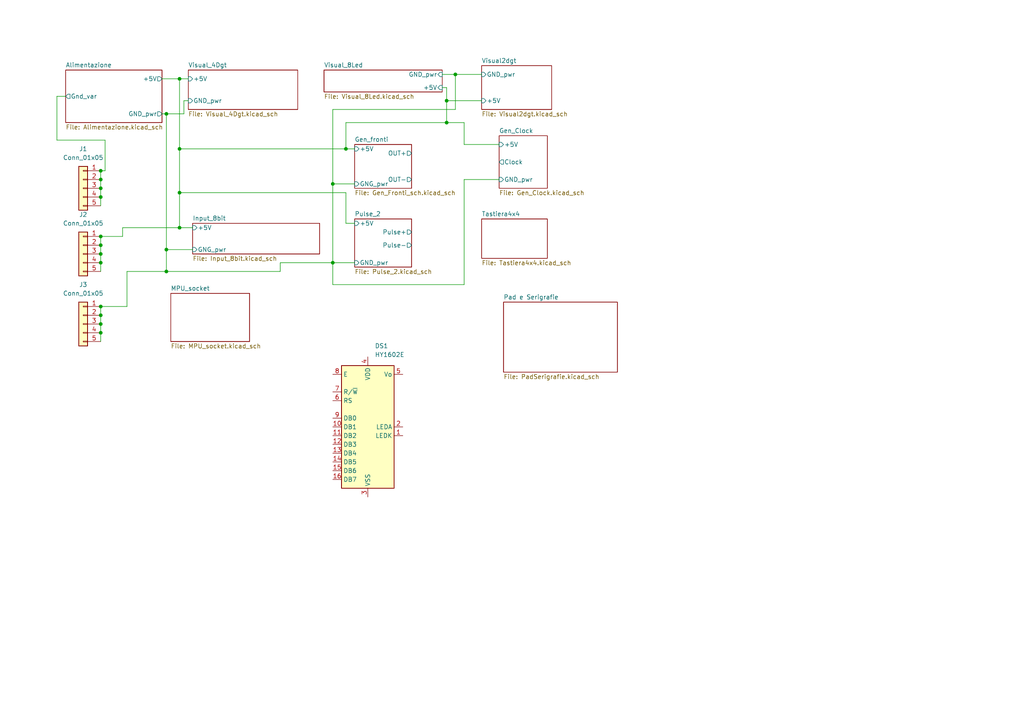
<source format=kicad_sch>
(kicad_sch (version 20211123) (generator eeschema)

  (uuid 5c382939-0343-402c-b1ea-ca9f538db8aa)

  (paper "A4")

  (title_block
    (title "Progetto di DemoBoard per Elettronica Digitale")
    (date "2023-02-12")
    (rev "1")
    (company "Officine Einstein,  Roma")
    (comment 1 "IIS Einstein-Bachelet, Roma")
    (comment 3 "MP_23")
    (comment 4 "Laboratorio di Tecnologie e Progettazione di Sistemi Elettronici")
  )

  (lib_symbols
    (symbol "Connector_Generic:Conn_01x05" (pin_names (offset 1.016) hide) (in_bom yes) (on_board yes)
      (property "Reference" "J" (id 0) (at 0 7.62 0)
        (effects (font (size 1.27 1.27)))
      )
      (property "Value" "Conn_01x05" (id 1) (at 0 -7.62 0)
        (effects (font (size 1.27 1.27)))
      )
      (property "Footprint" "" (id 2) (at 0 0 0)
        (effects (font (size 1.27 1.27)) hide)
      )
      (property "Datasheet" "~" (id 3) (at 0 0 0)
        (effects (font (size 1.27 1.27)) hide)
      )
      (property "ki_keywords" "connector" (id 4) (at 0 0 0)
        (effects (font (size 1.27 1.27)) hide)
      )
      (property "ki_description" "Generic connector, single row, 01x05, script generated (kicad-library-utils/schlib/autogen/connector/)" (id 5) (at 0 0 0)
        (effects (font (size 1.27 1.27)) hide)
      )
      (property "ki_fp_filters" "Connector*:*_1x??_*" (id 6) (at 0 0 0)
        (effects (font (size 1.27 1.27)) hide)
      )
      (symbol "Conn_01x05_1_1"
        (rectangle (start -1.27 -4.953) (end 0 -5.207)
          (stroke (width 0.1524) (type default) (color 0 0 0 0))
          (fill (type none))
        )
        (rectangle (start -1.27 -2.413) (end 0 -2.667)
          (stroke (width 0.1524) (type default) (color 0 0 0 0))
          (fill (type none))
        )
        (rectangle (start -1.27 0.127) (end 0 -0.127)
          (stroke (width 0.1524) (type default) (color 0 0 0 0))
          (fill (type none))
        )
        (rectangle (start -1.27 2.667) (end 0 2.413)
          (stroke (width 0.1524) (type default) (color 0 0 0 0))
          (fill (type none))
        )
        (rectangle (start -1.27 5.207) (end 0 4.953)
          (stroke (width 0.1524) (type default) (color 0 0 0 0))
          (fill (type none))
        )
        (rectangle (start -1.27 6.35) (end 1.27 -6.35)
          (stroke (width 0.254) (type default) (color 0 0 0 0))
          (fill (type background))
        )
        (pin passive line (at -5.08 5.08 0) (length 3.81)
          (name "Pin_1" (effects (font (size 1.27 1.27))))
          (number "1" (effects (font (size 1.27 1.27))))
        )
        (pin passive line (at -5.08 2.54 0) (length 3.81)
          (name "Pin_2" (effects (font (size 1.27 1.27))))
          (number "2" (effects (font (size 1.27 1.27))))
        )
        (pin passive line (at -5.08 0 0) (length 3.81)
          (name "Pin_3" (effects (font (size 1.27 1.27))))
          (number "3" (effects (font (size 1.27 1.27))))
        )
        (pin passive line (at -5.08 -2.54 0) (length 3.81)
          (name "Pin_4" (effects (font (size 1.27 1.27))))
          (number "4" (effects (font (size 1.27 1.27))))
        )
        (pin passive line (at -5.08 -5.08 0) (length 3.81)
          (name "Pin_5" (effects (font (size 1.27 1.27))))
          (number "5" (effects (font (size 1.27 1.27))))
        )
      )
    )
    (symbol "Display_Character:HY1602E" (in_bom yes) (on_board yes)
      (property "Reference" "DS" (id 0) (at -6.096 19.05 0)
        (effects (font (size 1.27 1.27)))
      )
      (property "Value" "HY1602E" (id 1) (at 5.08 19.05 0)
        (effects (font (size 1.27 1.27)))
      )
      (property "Footprint" "Display:HY1602E" (id 2) (at 0 -22.86 0)
        (effects (font (size 1.27 1.27) italic) hide)
      )
      (property "Datasheet" "http://www.icbank.com/data/ICBShop/board/HY1602E.pdf" (id 3) (at 5.08 2.54 0)
        (effects (font (size 1.27 1.27)) hide)
      )
      (property "ki_keywords" "display LCD 7-segment" (id 4) (at 0 0 0)
        (effects (font (size 1.27 1.27)) hide)
      )
      (property "ki_description" "LCD 16x2 Alphanumeric 16pin Blue/Yellow/Green Backlight, 8bit parallel, 5V VDD" (id 5) (at 0 0 0)
        (effects (font (size 1.27 1.27)) hide)
      )
      (property "ki_fp_filters" "*HY1602E*" (id 6) (at 0 0 0)
        (effects (font (size 1.27 1.27)) hide)
      )
      (symbol "HY1602E_0_1"
        (rectangle (start -7.62 17.78) (end 7.62 -17.78)
          (stroke (width 0.254) (type default) (color 0 0 0 0))
          (fill (type background))
        )
      )
      (symbol "HY1602E_1_1"
        (pin passive line (at 10.16 -2.54 180) (length 2.54)
          (name "LEDK" (effects (font (size 1.27 1.27))))
          (number "1" (effects (font (size 1.27 1.27))))
        )
        (pin bidirectional line (at -10.16 0 0) (length 2.54)
          (name "DB1" (effects (font (size 1.27 1.27))))
          (number "10" (effects (font (size 1.27 1.27))))
        )
        (pin bidirectional line (at -10.16 -2.54 0) (length 2.54)
          (name "DB2" (effects (font (size 1.27 1.27))))
          (number "11" (effects (font (size 1.27 1.27))))
        )
        (pin bidirectional line (at -10.16 -5.08 0) (length 2.54)
          (name "DB3" (effects (font (size 1.27 1.27))))
          (number "12" (effects (font (size 1.27 1.27))))
        )
        (pin bidirectional line (at -10.16 -7.62 0) (length 2.54)
          (name "DB4" (effects (font (size 1.27 1.27))))
          (number "13" (effects (font (size 1.27 1.27))))
        )
        (pin bidirectional line (at -10.16 -10.16 0) (length 2.54)
          (name "DB5" (effects (font (size 1.27 1.27))))
          (number "14" (effects (font (size 1.27 1.27))))
        )
        (pin bidirectional line (at -10.16 -12.7 0) (length 2.54)
          (name "DB6" (effects (font (size 1.27 1.27))))
          (number "15" (effects (font (size 1.27 1.27))))
        )
        (pin bidirectional line (at -10.16 -15.24 0) (length 2.54)
          (name "DB7" (effects (font (size 1.27 1.27))))
          (number "16" (effects (font (size 1.27 1.27))))
        )
        (pin passive line (at 10.16 0 180) (length 2.54)
          (name "LEDA" (effects (font (size 1.27 1.27))))
          (number "2" (effects (font (size 1.27 1.27))))
        )
        (pin power_in line (at 0 -20.32 90) (length 2.54)
          (name "VSS" (effects (font (size 1.27 1.27))))
          (number "3" (effects (font (size 1.27 1.27))))
        )
        (pin power_in line (at 0 20.32 270) (length 2.54)
          (name "VDD" (effects (font (size 1.27 1.27))))
          (number "4" (effects (font (size 1.27 1.27))))
        )
        (pin input line (at 10.16 15.24 180) (length 2.54)
          (name "Vo" (effects (font (size 1.27 1.27))))
          (number "5" (effects (font (size 1.27 1.27))))
        )
        (pin input line (at -10.16 7.62 0) (length 2.54)
          (name "RS" (effects (font (size 1.27 1.27))))
          (number "6" (effects (font (size 1.27 1.27))))
        )
        (pin input line (at -10.16 10.16 0) (length 2.54)
          (name "R/~{W}" (effects (font (size 1.27 1.27))))
          (number "7" (effects (font (size 1.27 1.27))))
        )
        (pin input line (at -10.16 15.24 0) (length 2.54)
          (name "E" (effects (font (size 1.27 1.27))))
          (number "8" (effects (font (size 1.27 1.27))))
        )
        (pin bidirectional line (at -10.16 2.54 0) (length 2.54)
          (name "DB0" (effects (font (size 1.27 1.27))))
          (number "9" (effects (font (size 1.27 1.27))))
        )
      )
    )
  )

  (junction (at 29.21 71.12) (diameter 0) (color 0 0 0 0)
    (uuid 054e6cfe-e415-4d17-9856-185020a908bf)
  )
  (junction (at 96.52 76.2) (diameter 0) (color 0 0 0 0)
    (uuid 0ef6115d-76ae-4e2c-bccb-9478b71316a6)
  )
  (junction (at 29.21 88.9) (diameter 0) (color 0 0 0 0)
    (uuid 16c35752-c2bd-49a4-86bb-c30855588f0c)
  )
  (junction (at 29.21 93.98) (diameter 0) (color 0 0 0 0)
    (uuid 1c63822b-5b12-4244-b8b3-6ccf07bd1e32)
  )
  (junction (at 29.21 57.15) (diameter 0) (color 0 0 0 0)
    (uuid 30153b34-bca6-4408-8069-af248323a7b5)
  )
  (junction (at 52.07 22.86) (diameter 0) (color 0 0 0 0)
    (uuid 3471d394-a48a-4f07-8692-c94c0eca8e41)
  )
  (junction (at 52.07 43.18) (diameter 0) (color 0 0 0 0)
    (uuid 4894061a-ef75-4aac-b64b-f9c46732065e)
  )
  (junction (at 96.52 53.34) (diameter 0) (color 0 0 0 0)
    (uuid 4dbf2898-0d33-4dab-8490-3a93ce93ceef)
  )
  (junction (at 129.54 35.56) (diameter 0) (color 0 0 0 0)
    (uuid 6b0f2f2b-a863-4f14-834b-7cead58c64f0)
  )
  (junction (at 29.21 68.58) (diameter 0) (color 0 0 0 0)
    (uuid 7b9564e0-c6c3-472b-a0b6-0f4a26d1c28e)
  )
  (junction (at 100.33 43.18) (diameter 0) (color 0 0 0 0)
    (uuid 7f690354-fee3-42c5-b4ca-e953a40c10bd)
  )
  (junction (at 52.07 55.88) (diameter 0) (color 0 0 0 0)
    (uuid 9794a99a-535a-473c-b944-5a83aa717289)
  )
  (junction (at 29.21 91.44) (diameter 0) (color 0 0 0 0)
    (uuid ad9ea937-5d85-42f3-b440-20d4edf087c9)
  )
  (junction (at 48.26 33.02) (diameter 0) (color 0 0 0 0)
    (uuid afe11a9a-961f-42dd-b14d-2c37143ad9b0)
  )
  (junction (at 29.21 96.52) (diameter 0) (color 0 0 0 0)
    (uuid ba74a99e-3199-4fbe-8818-9aadf3e196a1)
  )
  (junction (at 29.21 54.61) (diameter 0) (color 0 0 0 0)
    (uuid bd25544d-59ad-46f0-b6e0-26b18eb28f03)
  )
  (junction (at 29.21 52.07) (diameter 0) (color 0 0 0 0)
    (uuid c175b3fa-1c68-4537-a7a6-8e6990416897)
  )
  (junction (at 29.21 73.66) (diameter 0) (color 0 0 0 0)
    (uuid cb834b04-f890-46e1-aac3-be315faadcee)
  )
  (junction (at 52.07 66.04) (diameter 0) (color 0 0 0 0)
    (uuid d0a61009-a727-4e7c-9c8f-b5c1a23a39bd)
  )
  (junction (at 29.21 49.53) (diameter 0) (color 0 0 0 0)
    (uuid df0c335a-395c-4ef1-b6a7-95df389031d0)
  )
  (junction (at 29.21 76.2) (diameter 0) (color 0 0 0 0)
    (uuid e2cf0668-c55a-4257-93b4-da50de486c68)
  )
  (junction (at 132.08 21.59) (diameter 0) (color 0 0 0 0)
    (uuid eb559928-3e21-48e4-9d45-cc2abba47216)
  )
  (junction (at 48.26 72.39) (diameter 0) (color 0 0 0 0)
    (uuid f287f9fd-4cab-4779-986d-6919a4905876)
  )
  (junction (at 129.54 29.21) (diameter 0) (color 0 0 0 0)
    (uuid f8991b49-d201-4a7d-b2be-64a92b45ff2d)
  )
  (junction (at 48.26 78.74) (diameter 0) (color 0 0 0 0)
    (uuid fc4752cb-8be4-4bff-8937-efe68a0a945b)
  )

  (wire (pts (xy 100.33 43.18) (xy 102.87 43.18))
    (stroke (width 0) (type default) (color 0 0 0 0))
    (uuid 05af45a2-1dd1-455a-8205-7f2bb4684935)
  )
  (wire (pts (xy 48.26 78.74) (xy 36.83 78.74))
    (stroke (width 0) (type default) (color 0 0 0 0))
    (uuid 0c84ebf3-5946-4ca2-9e4c-d7ea0849edd6)
  )
  (wire (pts (xy 96.52 82.55) (xy 96.52 76.2))
    (stroke (width 0) (type default) (color 0 0 0 0))
    (uuid 0dee6888-6c86-4d48-bfba-43ee0147c40a)
  )
  (wire (pts (xy 134.62 82.55) (xy 96.52 82.55))
    (stroke (width 0) (type default) (color 0 0 0 0))
    (uuid 18511f11-c9d5-4caf-a5e3-dcc9b6965536)
  )
  (wire (pts (xy 29.21 88.9) (xy 29.21 91.44))
    (stroke (width 0) (type default) (color 0 0 0 0))
    (uuid 190e60b0-124c-438f-9a6a-fb2ed52e020a)
  )
  (wire (pts (xy 96.52 53.34) (xy 96.52 76.2))
    (stroke (width 0) (type default) (color 0 0 0 0))
    (uuid 1b91e31f-19de-41db-a1bd-1e228dabc003)
  )
  (wire (pts (xy 29.21 93.98) (xy 29.21 96.52))
    (stroke (width 0) (type default) (color 0 0 0 0))
    (uuid 1ca4a3da-5dbe-48fe-8b1f-39be3e794498)
  )
  (wire (pts (xy 16.51 40.64) (xy 30.48 40.64))
    (stroke (width 0) (type default) (color 0 0 0 0))
    (uuid 1cd82dcd-182f-4a85-9928-2c9f2fca8c8c)
  )
  (wire (pts (xy 29.21 54.61) (xy 29.21 57.15))
    (stroke (width 0) (type default) (color 0 0 0 0))
    (uuid 23b5088b-4a87-4e5c-a88d-71d2d8fa8229)
  )
  (wire (pts (xy 81.28 78.74) (xy 48.26 78.74))
    (stroke (width 0) (type default) (color 0 0 0 0))
    (uuid 25969c85-1877-4d91-b305-2c83354b1820)
  )
  (wire (pts (xy 100.33 55.88) (xy 52.07 55.88))
    (stroke (width 0) (type default) (color 0 0 0 0))
    (uuid 26262e27-f309-4449-9e0d-cec5001332e6)
  )
  (wire (pts (xy 48.26 33.02) (xy 48.26 72.39))
    (stroke (width 0) (type default) (color 0 0 0 0))
    (uuid 2932b381-6eaa-4102-995f-18e67711f189)
  )
  (wire (pts (xy 96.52 76.2) (xy 81.28 76.2))
    (stroke (width 0) (type default) (color 0 0 0 0))
    (uuid 2baf3ddc-37e8-4b6e-9d15-104682214a87)
  )
  (wire (pts (xy 30.48 49.53) (xy 29.21 49.53))
    (stroke (width 0) (type default) (color 0 0 0 0))
    (uuid 2ea89d12-7ca5-4c0a-a354-00d8f3e1b5c9)
  )
  (wire (pts (xy 96.52 53.34) (xy 96.52 31.75))
    (stroke (width 0) (type default) (color 0 0 0 0))
    (uuid 2f426243-c446-4ff4-813e-7cc308232272)
  )
  (wire (pts (xy 35.56 68.58) (xy 29.21 68.58))
    (stroke (width 0) (type default) (color 0 0 0 0))
    (uuid 2f91cb4d-bfcd-4339-9575-990ea9d3e9f4)
  )
  (wire (pts (xy 81.28 76.2) (xy 81.28 78.74))
    (stroke (width 0) (type default) (color 0 0 0 0))
    (uuid 31593f4e-41d2-427d-b741-4161b9a496c0)
  )
  (wire (pts (xy 52.07 22.86) (xy 54.61 22.86))
    (stroke (width 0) (type default) (color 0 0 0 0))
    (uuid 3633e1e0-b180-4a13-b910-7873a5719ae1)
  )
  (wire (pts (xy 134.62 35.56) (xy 134.62 41.91))
    (stroke (width 0) (type default) (color 0 0 0 0))
    (uuid 3d7a0377-4ba4-426d-bcc5-f05e28d1e354)
  )
  (wire (pts (xy 132.08 21.59) (xy 128.27 21.59))
    (stroke (width 0) (type default) (color 0 0 0 0))
    (uuid 3dce46c4-36fe-444c-a93a-d5e8448167af)
  )
  (wire (pts (xy 48.26 33.02) (xy 53.34 33.02))
    (stroke (width 0) (type default) (color 0 0 0 0))
    (uuid 3fb7ea5e-39df-4a5a-a8e6-5e63c43a35a8)
  )
  (wire (pts (xy 132.08 31.75) (xy 132.08 21.59))
    (stroke (width 0) (type default) (color 0 0 0 0))
    (uuid 4a321e78-bf52-4c2c-bae1-7f8f442468b1)
  )
  (wire (pts (xy 48.26 78.74) (xy 48.26 72.39))
    (stroke (width 0) (type default) (color 0 0 0 0))
    (uuid 4add172b-3d92-40bf-b0b7-847a0c5f16b8)
  )
  (wire (pts (xy 29.21 52.07) (xy 29.21 54.61))
    (stroke (width 0) (type default) (color 0 0 0 0))
    (uuid 5347ca04-7e79-4474-8600-6b78f9e65929)
  )
  (wire (pts (xy 102.87 76.2) (xy 96.52 76.2))
    (stroke (width 0) (type default) (color 0 0 0 0))
    (uuid 57d3c30e-8e7e-439c-a579-423f8f495b22)
  )
  (wire (pts (xy 100.33 35.56) (xy 100.33 43.18))
    (stroke (width 0) (type default) (color 0 0 0 0))
    (uuid 59a32692-2785-4190-866c-42cbbdaab622)
  )
  (wire (pts (xy 36.83 88.9) (xy 29.21 88.9))
    (stroke (width 0) (type default) (color 0 0 0 0))
    (uuid 5d2f575b-6739-4af5-bb90-8a7e98ccdc08)
  )
  (wire (pts (xy 100.33 64.77) (xy 100.33 55.88))
    (stroke (width 0) (type default) (color 0 0 0 0))
    (uuid 6c7fc98b-c5c5-4f3a-9639-3aa4da3f472a)
  )
  (wire (pts (xy 29.21 73.66) (xy 29.21 76.2))
    (stroke (width 0) (type default) (color 0 0 0 0))
    (uuid 6d687b6f-67ea-47af-8ce5-01e3a514e57b)
  )
  (wire (pts (xy 52.07 55.88) (xy 52.07 66.04))
    (stroke (width 0) (type default) (color 0 0 0 0))
    (uuid 76e0db72-de5d-498f-bcd1-c5e6252ee259)
  )
  (wire (pts (xy 129.54 25.4) (xy 129.54 29.21))
    (stroke (width 0) (type default) (color 0 0 0 0))
    (uuid 7a8a00e9-6935-4246-b370-2ef50f777013)
  )
  (wire (pts (xy 19.05 27.94) (xy 16.51 27.94))
    (stroke (width 0) (type default) (color 0 0 0 0))
    (uuid 7d2b2007-3d9b-4ead-8e4b-7b086044cdd7)
  )
  (wire (pts (xy 128.27 25.4) (xy 129.54 25.4))
    (stroke (width 0) (type default) (color 0 0 0 0))
    (uuid 7ddac362-39a2-4d03-a616-0a41b568253f)
  )
  (wire (pts (xy 46.99 33.02) (xy 48.26 33.02))
    (stroke (width 0) (type default) (color 0 0 0 0))
    (uuid 81afddab-67c9-4f43-8c0d-5fd6a02cbf12)
  )
  (wire (pts (xy 29.21 57.15) (xy 29.21 59.69))
    (stroke (width 0) (type default) (color 0 0 0 0))
    (uuid 8804e44e-48e4-49c5-ab10-dae7442b5a14)
  )
  (wire (pts (xy 53.34 29.21) (xy 54.61 29.21))
    (stroke (width 0) (type default) (color 0 0 0 0))
    (uuid 8b5b71a2-bc0b-40e7-a02a-0b6ead339513)
  )
  (wire (pts (xy 46.99 22.86) (xy 52.07 22.86))
    (stroke (width 0) (type default) (color 0 0 0 0))
    (uuid 8de07f96-5c2d-4af2-8838-616baaf1593e)
  )
  (wire (pts (xy 134.62 52.07) (xy 134.62 82.55))
    (stroke (width 0) (type default) (color 0 0 0 0))
    (uuid 91a7c239-f01b-4578-b782-e6039b122496)
  )
  (wire (pts (xy 29.21 71.12) (xy 29.21 73.66))
    (stroke (width 0) (type default) (color 0 0 0 0))
    (uuid 933918e0-d946-435f-ac66-1c815a010d81)
  )
  (wire (pts (xy 30.48 40.64) (xy 30.48 49.53))
    (stroke (width 0) (type default) (color 0 0 0 0))
    (uuid 935ea36b-afb8-4774-917e-b33858078520)
  )
  (wire (pts (xy 36.83 78.74) (xy 36.83 88.9))
    (stroke (width 0) (type default) (color 0 0 0 0))
    (uuid 9b991b94-d478-40d1-98c1-083e5ce66d0b)
  )
  (wire (pts (xy 52.07 22.86) (xy 52.07 43.18))
    (stroke (width 0) (type default) (color 0 0 0 0))
    (uuid 9c428df6-24b7-4f79-a236-5a1ed14fc9df)
  )
  (wire (pts (xy 96.52 31.75) (xy 132.08 31.75))
    (stroke (width 0) (type default) (color 0 0 0 0))
    (uuid 9e860d23-dcd0-476b-8faf-5ccdaf156401)
  )
  (wire (pts (xy 29.21 68.58) (xy 29.21 71.12))
    (stroke (width 0) (type default) (color 0 0 0 0))
    (uuid a0f56004-1dd3-43f8-b083-4ad27dc2ca71)
  )
  (wire (pts (xy 16.51 27.94) (xy 16.51 40.64))
    (stroke (width 0) (type default) (color 0 0 0 0))
    (uuid a56760c4-ebeb-464c-8f99-010149bc3a50)
  )
  (wire (pts (xy 129.54 29.21) (xy 139.7 29.21))
    (stroke (width 0) (type default) (color 0 0 0 0))
    (uuid a6601be2-7420-4565-939a-28d4a267c59c)
  )
  (wire (pts (xy 129.54 29.21) (xy 129.54 35.56))
    (stroke (width 0) (type default) (color 0 0 0 0))
    (uuid aa03c1fc-783f-45a0-b02e-448bd4cf9d86)
  )
  (wire (pts (xy 102.87 64.77) (xy 100.33 64.77))
    (stroke (width 0) (type default) (color 0 0 0 0))
    (uuid ab12f318-7df3-400b-b357-c3eca387863f)
  )
  (wire (pts (xy 129.54 35.56) (xy 100.33 35.56))
    (stroke (width 0) (type default) (color 0 0 0 0))
    (uuid b6b3b87d-eb55-4582-9320-093757d267c9)
  )
  (wire (pts (xy 29.21 91.44) (xy 29.21 93.98))
    (stroke (width 0) (type default) (color 0 0 0 0))
    (uuid b9fd9823-13df-4de9-bf94-de0abe059937)
  )
  (wire (pts (xy 48.26 72.39) (xy 55.88 72.39))
    (stroke (width 0) (type default) (color 0 0 0 0))
    (uuid bb4785fa-4897-4f9f-9e4e-310b746f7158)
  )
  (wire (pts (xy 102.87 53.34) (xy 96.52 53.34))
    (stroke (width 0) (type default) (color 0 0 0 0))
    (uuid bcb7f5ee-8295-45ce-ac93-733d876024be)
  )
  (wire (pts (xy 52.07 43.18) (xy 52.07 55.88))
    (stroke (width 0) (type default) (color 0 0 0 0))
    (uuid c225e32f-1e10-49b1-b628-095372850925)
  )
  (wire (pts (xy 29.21 76.2) (xy 29.21 78.74))
    (stroke (width 0) (type default) (color 0 0 0 0))
    (uuid d98021c1-5ce5-40ab-b7a2-8fc305f79310)
  )
  (wire (pts (xy 134.62 41.91) (xy 144.78 41.91))
    (stroke (width 0) (type default) (color 0 0 0 0))
    (uuid daa23640-fcdf-4d0c-9af8-f44576625b97)
  )
  (wire (pts (xy 52.07 66.04) (xy 55.88 66.04))
    (stroke (width 0) (type default) (color 0 0 0 0))
    (uuid e4021637-2663-4c1b-ae54-b190e2f6644f)
  )
  (wire (pts (xy 53.34 33.02) (xy 53.34 29.21))
    (stroke (width 0) (type default) (color 0 0 0 0))
    (uuid e6011e47-8e4c-4e01-b7ee-24b5acf9a0df)
  )
  (wire (pts (xy 52.07 43.18) (xy 100.33 43.18))
    (stroke (width 0) (type default) (color 0 0 0 0))
    (uuid e66ddcd9-719f-4799-9564-4c0d330e7ca3)
  )
  (wire (pts (xy 29.21 49.53) (xy 29.21 52.07))
    (stroke (width 0) (type default) (color 0 0 0 0))
    (uuid eb50444a-1a91-41e8-a00a-aadbb4f25025)
  )
  (wire (pts (xy 132.08 21.59) (xy 139.7 21.59))
    (stroke (width 0) (type default) (color 0 0 0 0))
    (uuid eb52023a-c11a-4e48-a2ad-9f1cd9ade832)
  )
  (wire (pts (xy 52.07 66.04) (xy 35.56 66.04))
    (stroke (width 0) (type default) (color 0 0 0 0))
    (uuid ec9d17c5-fc26-4335-85af-acad511fb88b)
  )
  (wire (pts (xy 134.62 52.07) (xy 144.78 52.07))
    (stroke (width 0) (type default) (color 0 0 0 0))
    (uuid f0647e82-8a2f-4181-ad56-a0e06e9f8b3d)
  )
  (wire (pts (xy 129.54 35.56) (xy 134.62 35.56))
    (stroke (width 0) (type default) (color 0 0 0 0))
    (uuid f5c71179-50b4-4e3e-9daa-755b261c3afe)
  )
  (wire (pts (xy 35.56 66.04) (xy 35.56 68.58))
    (stroke (width 0) (type default) (color 0 0 0 0))
    (uuid f634c013-09f4-4c3e-aa72-d16357c93806)
  )
  (wire (pts (xy 29.21 96.52) (xy 29.21 99.06))
    (stroke (width 0) (type default) (color 0 0 0 0))
    (uuid f81b0c84-aed2-489f-9833-16d5826e4c29)
  )

  (symbol (lib_id "Connector_Generic:Conn_01x05") (at 24.13 54.61 0) (mirror y) (unit 1)
    (in_bom yes) (on_board yes) (fields_autoplaced)
    (uuid 248009d1-f2be-4cb2-83d3-96998f7e00ec)
    (property "Reference" "J1" (id 0) (at 24.13 43.18 0))
    (property "Value" "Conn_01x05" (id 1) (at 24.13 45.72 0))
    (property "Footprint" "" (id 2) (at 24.13 54.61 0)
      (effects (font (size 1.27 1.27)) hide)
    )
    (property "Datasheet" "~" (id 3) (at 24.13 54.61 0)
      (effects (font (size 1.27 1.27)) hide)
    )
    (pin "1" (uuid 56632975-ae16-46ac-bf2f-3cf99a1e73a7))
    (pin "2" (uuid 8d07a01e-1bab-44df-99c0-6f866c1c1801))
    (pin "3" (uuid 9bb74d06-c8b0-41e1-802f-ef2fac0e7ebf))
    (pin "4" (uuid 2b5ce53f-23e2-4843-9914-5c7aa76f4c80))
    (pin "5" (uuid 8671a0fa-69ae-49c4-8f7f-53257cb69a04))
  )

  (symbol (lib_id "Display_Character:HY1602E") (at 106.68 123.825 0) (unit 1)
    (in_bom yes) (on_board yes) (fields_autoplaced)
    (uuid 5ec2fb4b-6b03-4f6e-849d-4e5f1737c31d)
    (property "Reference" "DS1" (id 0) (at 108.6994 100.33 0)
      (effects (font (size 1.27 1.27)) (justify left))
    )
    (property "Value" "HY1602E" (id 1) (at 108.6994 102.87 0)
      (effects (font (size 1.27 1.27)) (justify left))
    )
    (property "Footprint" "Display:HY1602E" (id 2) (at 106.68 146.685 0)
      (effects (font (size 1.27 1.27) italic) hide)
    )
    (property "Datasheet" "http://www.icbank.com/data/ICBShop/board/HY1602E.pdf" (id 3) (at 111.76 121.285 0)
      (effects (font (size 1.27 1.27)) hide)
    )
    (pin "1" (uuid 41b91480-7a7c-4d84-bc22-9807c8419d50))
    (pin "10" (uuid 2fde1e7a-cf79-4ded-a464-600effaab8d8))
    (pin "11" (uuid fdf3f081-6a1a-48a4-ab7e-aadf3262d102))
    (pin "12" (uuid d36eabc7-3f8d-47e9-83b9-bf4428db4e5a))
    (pin "13" (uuid 5ed369ba-fc17-4d9a-a8fb-7314c87c770f))
    (pin "14" (uuid bb1fa246-4e56-47ab-8a3f-7edcc373c986))
    (pin "15" (uuid 409f7609-774b-4849-a79d-adaf6f78b393))
    (pin "16" (uuid 5ef21f75-ea2e-42ed-a910-4232c6489ea2))
    (pin "2" (uuid f745cb2d-d88c-47a0-b792-255b9bfaffa1))
    (pin "3" (uuid 2143e508-81af-4607-9a2b-f42a5d35b0e0))
    (pin "4" (uuid 32d8a94f-b7f2-4899-81f5-bf3270b629e8))
    (pin "5" (uuid f0057755-f765-46f4-9335-16e7e76f56ce))
    (pin "6" (uuid 3f287c83-6e07-472a-8e82-3dce25a1d73b))
    (pin "7" (uuid 50b92190-3ee1-4c05-a53a-ee7426335348))
    (pin "8" (uuid d712f3c9-5a37-4ac8-8553-82bc9dd5492b))
    (pin "9" (uuid 7846deec-f0ce-4f4c-a2d2-25ed43a867d3))
  )

  (symbol (lib_id "Connector_Generic:Conn_01x05") (at 24.13 73.66 0) (mirror y) (unit 1)
    (in_bom yes) (on_board yes) (fields_autoplaced)
    (uuid 63dd1ab2-1ecf-4f59-974a-85493d93cac0)
    (property "Reference" "J2" (id 0) (at 24.13 62.23 0))
    (property "Value" "Conn_01x05" (id 1) (at 24.13 64.77 0))
    (property "Footprint" "" (id 2) (at 24.13 73.66 0)
      (effects (font (size 1.27 1.27)) hide)
    )
    (property "Datasheet" "~" (id 3) (at 24.13 73.66 0)
      (effects (font (size 1.27 1.27)) hide)
    )
    (pin "1" (uuid aac605cc-bd2e-45ac-9c5b-329c95bcd051))
    (pin "2" (uuid 96715e31-979e-461a-9159-4da33508814f))
    (pin "3" (uuid 69fdbc94-f0a4-4398-bb40-dea3562abe0d))
    (pin "4" (uuid bb201eca-88ca-4044-a761-e2790eb810c4))
    (pin "5" (uuid 104b5605-3613-4370-b638-54d4e8d40f84))
  )

  (symbol (lib_id "Connector_Generic:Conn_01x05") (at 24.13 93.98 0) (mirror y) (unit 1)
    (in_bom yes) (on_board yes) (fields_autoplaced)
    (uuid 71e26261-99a6-40c7-adb8-51200aca824b)
    (property "Reference" "J3" (id 0) (at 24.13 82.55 0))
    (property "Value" "Conn_01x05" (id 1) (at 24.13 85.09 0))
    (property "Footprint" "" (id 2) (at 24.13 93.98 0)
      (effects (font (size 1.27 1.27)) hide)
    )
    (property "Datasheet" "~" (id 3) (at 24.13 93.98 0)
      (effects (font (size 1.27 1.27)) hide)
    )
    (pin "1" (uuid 28070f0f-adf8-44fa-a788-d121c7c71de0))
    (pin "2" (uuid 2a00c8a8-00ff-4b2e-9119-1ed02fa57578))
    (pin "3" (uuid a786dd76-ba9e-4a26-98b3-2349b9c7d420))
    (pin "4" (uuid 5327deaf-1890-4cad-a35f-d604bc0120d1))
    (pin "5" (uuid 23c84887-cb8b-4b51-b34d-b642263293b8))
  )

  (sheet (at 102.87 63.5) (size 16.51 13.97) (fields_autoplaced)
    (stroke (width 0.1524) (type solid) (color 0 0 0 0))
    (fill (color 0 0 0 0.0000))
    (uuid 11d392bf-6f7c-4f76-9021-88dba8defdad)
    (property "Sheet name" "Pulse_2" (id 0) (at 102.87 62.7884 0)
      (effects (font (size 1.27 1.27)) (justify left bottom))
    )
    (property "Sheet file" "Pulse_2.kicad_sch" (id 1) (at 102.87 78.0546 0)
      (effects (font (size 1.27 1.27)) (justify left top))
    )
    (pin "Pulse+" output (at 119.38 67.31 0)
      (effects (font (size 1.27 1.27)) (justify right))
      (uuid baa190e5-76e6-4eef-8bbb-684b34167a25)
    )
    (pin "Pulse-" output (at 119.38 71.12 0)
      (effects (font (size 1.27 1.27)) (justify right))
      (uuid c58af4d2-5bbd-4ba0-966a-7b1e98943d70)
    )
    (pin "+5V" input (at 102.87 64.77 180)
      (effects (font (size 1.27 1.27)) (justify left))
      (uuid 063ac4e6-5dec-4821-89bd-7907ae36f37c)
    )
    (pin "GND_pwr" input (at 102.87 76.2 180)
      (effects (font (size 1.27 1.27)) (justify left))
      (uuid 175a7380-b5a9-4f60-8a3d-9581faa322e4)
    )
  )

  (sheet (at 146.05 87.63) (size 33.02 20.32) (fields_autoplaced)
    (stroke (width 0.1524) (type solid) (color 0 0 0 0))
    (fill (color 0 0 0 0.0000))
    (uuid 1c7b6ba1-9bc1-4836-88a5-b185a760b165)
    (property "Sheet name" "Pad e Serigrafie" (id 0) (at 146.05 86.9184 0)
      (effects (font (size 1.27 1.27)) (justify left bottom))
    )
    (property "Sheet file" "PadSerigrafie.kicad_sch" (id 1) (at 146.05 108.5346 0)
      (effects (font (size 1.27 1.27)) (justify left top))
    )
  )

  (sheet (at 102.87 41.91) (size 16.51 12.7) (fields_autoplaced)
    (stroke (width 0.1524) (type solid) (color 0 0 0 0))
    (fill (color 0 0 0 0.0000))
    (uuid 2dd14e0b-8c92-43d6-93ff-e1a127912732)
    (property "Sheet name" "Gen_fronti" (id 0) (at 102.87 41.1984 0)
      (effects (font (size 1.27 1.27)) (justify left bottom))
    )
    (property "Sheet file" "Gen_Fronti_sch.kicad_sch" (id 1) (at 102.87 55.1946 0)
      (effects (font (size 1.27 1.27)) (justify left top))
    )
    (pin "GNG_pwr" input (at 102.87 53.34 180)
      (effects (font (size 1.27 1.27)) (justify left))
      (uuid a69d55ce-3097-4b98-8d7a-ab770248bb7f)
    )
    (pin "+5V" input (at 102.87 43.18 180)
      (effects (font (size 1.27 1.27)) (justify left))
      (uuid 0ccb39f9-c01e-42b7-bab7-90442c103c5b)
    )
    (pin "OUT+" output (at 119.38 44.45 0)
      (effects (font (size 1.27 1.27)) (justify right))
      (uuid d4526ff3-7c2b-4f96-93ff-3fa3e0650062)
    )
    (pin "OUT-" output (at 119.38 52.07 0)
      (effects (font (size 1.27 1.27)) (justify right))
      (uuid 70f38f5c-33a9-4f8a-832b-88fe3564c477)
    )
  )

  (sheet (at 54.61 20.32) (size 31.75 11.43) (fields_autoplaced)
    (stroke (width 0.1524) (type solid) (color 0 0 0 0))
    (fill (color 0 0 0 0.0000))
    (uuid 3fdafdb4-8fb2-4faf-beb8-83b0478cdff5)
    (property "Sheet name" "Visual_4Dgt" (id 0) (at 54.61 19.6084 0)
      (effects (font (size 1.27 1.27)) (justify left bottom))
    )
    (property "Sheet file" "Visual_4Dgt.kicad_sch" (id 1) (at 54.61 32.3346 0)
      (effects (font (size 1.27 1.27)) (justify left top))
    )
    (pin "GND_pwr" input (at 54.61 29.21 180)
      (effects (font (size 1.27 1.27)) (justify left))
      (uuid 5834c5a1-eeed-44c4-a5de-aaaae6c46c04)
    )
    (pin "+5V" input (at 54.61 22.86 180)
      (effects (font (size 1.27 1.27)) (justify left))
      (uuid b9bb31be-0486-463c-aade-358c6c0fb4cd)
    )
  )

  (sheet (at 49.53 85.09) (size 22.86 13.97) (fields_autoplaced)
    (stroke (width 0.1524) (type solid) (color 0 0 0 0))
    (fill (color 0 0 0 0.0000))
    (uuid 4655614b-d320-4698-a75c-caa6a671ceee)
    (property "Sheet name" "MPU_socket" (id 0) (at 49.53 84.3784 0)
      (effects (font (size 1.27 1.27)) (justify left bottom))
    )
    (property "Sheet file" "MPU_socket.kicad_sch" (id 1) (at 49.53 99.6446 0)
      (effects (font (size 1.27 1.27)) (justify left top))
    )
  )

  (sheet (at 139.7 63.5) (size 19.05 11.43) (fields_autoplaced)
    (stroke (width 0.1524) (type solid) (color 0 0 0 0))
    (fill (color 0 0 0 0.0000))
    (uuid 4925d918-ca4e-4474-8491-4f76b2744881)
    (property "Sheet name" "Tastiera4x4" (id 0) (at 139.7 62.7884 0)
      (effects (font (size 1.27 1.27)) (justify left bottom))
    )
    (property "Sheet file" "Tastiera4x4.kicad_sch" (id 1) (at 139.7 75.5146 0)
      (effects (font (size 1.27 1.27)) (justify left top))
    )
  )

  (sheet (at 144.78 39.37) (size 13.97 15.24) (fields_autoplaced)
    (stroke (width 0.1524) (type solid) (color 0 0 0 0))
    (fill (color 0 0 0 0.0000))
    (uuid 62ab733d-ee67-4f7c-8a1e-1b8f9ec01131)
    (property "Sheet name" "Gen_Clock" (id 0) (at 144.78 38.6584 0)
      (effects (font (size 1.27 1.27)) (justify left bottom))
    )
    (property "Sheet file" "Gen_Clock.kicad_sch" (id 1) (at 144.78 55.1946 0)
      (effects (font (size 1.27 1.27)) (justify left top))
    )
    (pin "GND_pwr" input (at 144.78 52.07 180)
      (effects (font (size 1.27 1.27)) (justify left))
      (uuid 85b513d5-76e0-416d-a4f5-78d922ce53a7)
    )
    (pin "Clock" output (at 144.78 46.99 180)
      (effects (font (size 1.27 1.27)) (justify left))
      (uuid b6b8a4ba-e619-4af2-8e1e-b6812fec132d)
    )
    (pin "+5V" input (at 144.78 41.91 180)
      (effects (font (size 1.27 1.27)) (justify left))
      (uuid 4f8e0ea6-7bea-4445-828d-c718bc4c8544)
    )
  )

  (sheet (at 139.7 19.05) (size 20.32 12.7) (fields_autoplaced)
    (stroke (width 0.1524) (type solid) (color 0 0 0 0))
    (fill (color 0 0 0 0.0000))
    (uuid 7b083e6b-8037-4945-a6a7-d033f55692d8)
    (property "Sheet name" "Visual2dgt" (id 0) (at 139.7 18.3384 0)
      (effects (font (size 1.27 1.27)) (justify left bottom))
    )
    (property "Sheet file" "Visual2dgt.kicad_sch" (id 1) (at 139.7 32.3346 0)
      (effects (font (size 1.27 1.27)) (justify left top))
    )
    (pin "GND_pwr" input (at 139.7 21.59 180)
      (effects (font (size 1.27 1.27)) (justify left))
      (uuid b358f1d8-7366-479b-81e9-02a9312a9157)
    )
    (pin "+5V" input (at 139.7 29.21 180)
      (effects (font (size 1.27 1.27)) (justify left))
      (uuid cbc27ed9-1708-4aba-8a12-aa66216fc5f6)
    )
  )

  (sheet (at 93.98 20.32) (size 34.29 6.35) (fields_autoplaced)
    (stroke (width 0.1524) (type solid) (color 0 0 0 0))
    (fill (color 0 0 0 0.0000))
    (uuid 84edcc0d-58f3-4926-bbd5-9d9520a90734)
    (property "Sheet name" "Visual_8Led" (id 0) (at 93.98 19.6084 0)
      (effects (font (size 1.27 1.27)) (justify left bottom))
    )
    (property "Sheet file" "Visual_8Led.kicad_sch" (id 1) (at 93.98 27.2546 0)
      (effects (font (size 1.27 1.27)) (justify left top))
    )
    (pin "+5V" input (at 128.27 25.4 0)
      (effects (font (size 1.27 1.27)) (justify right))
      (uuid 983b42c4-53e0-4a6a-849e-3298132b4edc)
    )
    (pin "GND_pwr" input (at 128.27 21.59 0)
      (effects (font (size 1.27 1.27)) (justify right))
      (uuid 1c84bcfc-bb06-4573-a00f-a1feede12fde)
    )
  )

  (sheet (at 55.88 64.77) (size 36.83 8.89) (fields_autoplaced)
    (stroke (width 0.1524) (type solid) (color 0 0 0 0))
    (fill (color 0 0 0 0.0000))
    (uuid 8d96e817-211c-41cf-9613-3e46384349b0)
    (property "Sheet name" "Input_8bit" (id 0) (at 55.88 64.0584 0)
      (effects (font (size 1.27 1.27)) (justify left bottom))
    )
    (property "Sheet file" "Input_8bit.kicad_sch" (id 1) (at 55.88 74.2446 0)
      (effects (font (size 1.27 1.27)) (justify left top))
    )
    (pin "+5V" input (at 55.88 66.04 180)
      (effects (font (size 1.27 1.27)) (justify left))
      (uuid f05e5d6f-e70b-4d56-9e29-fb9bc5007395)
    )
    (pin "GNG_pwr" input (at 55.88 72.39 180)
      (effects (font (size 1.27 1.27)) (justify left))
      (uuid a62b8187-7b81-49f9-8732-7258679dd218)
    )
  )

  (sheet (at 19.05 20.32) (size 27.94 15.24) (fields_autoplaced)
    (stroke (width 0.1524) (type solid) (color 0 0 0 0))
    (fill (color 0 0 0 0.0000))
    (uuid fab53e88-89c0-40b1-9c44-f0dadc28ccb9)
    (property "Sheet name" "Alimentazione" (id 0) (at 19.05 19.6084 0)
      (effects (font (size 1.27 1.27)) (justify left bottom))
    )
    (property "Sheet file" "Alimentazione.kicad_sch" (id 1) (at 19.05 36.1446 0)
      (effects (font (size 1.27 1.27)) (justify left top))
    )
    (pin "GND_pwr" output (at 46.99 33.02 0)
      (effects (font (size 1.27 1.27)) (justify right))
      (uuid e5e9aec7-9021-441a-8aea-83789f7d3bbc)
    )
    (pin "+5V" output (at 46.99 22.86 0)
      (effects (font (size 1.27 1.27)) (justify right))
      (uuid 843e5e8a-acb5-4615-97f5-775564ffdfb9)
    )
    (pin "Gnd_var" output (at 19.05 27.94 180)
      (effects (font (size 1.27 1.27)) (justify left))
      (uuid dd6dc137-9d0f-438f-9fcc-1466ca8b1d57)
    )
  )

  (sheet_instances
    (path "/" (page "1"))
    (path "/fab53e88-89c0-40b1-9c44-f0dadc28ccb9" (page "2"))
    (path "/3fdafdb4-8fb2-4faf-beb8-83b0478cdff5" (page "4"))
    (path "/84edcc0d-58f3-4926-bbd5-9d9520a90734" (page "5"))
    (path "/8d96e817-211c-41cf-9613-3e46384349b0" (page "6"))
    (path "/11d392bf-6f7c-4f76-9021-88dba8defdad" (page "7"))
    (path "/62ab733d-ee67-4f7c-8a1e-1b8f9ec01131" (page "8"))
    (path "/2dd14e0b-8c92-43d6-93ff-e1a127912732" (page "9"))
    (path "/7b083e6b-8037-4945-a6a7-d033f55692d8" (page "10"))
    (path "/4655614b-d320-4698-a75c-caa6a671ceee" (page "11"))
    (path "/4925d918-ca4e-4474-8491-4f76b2744881" (page "12"))
    (path "/1c7b6ba1-9bc1-4836-88a5-b185a760b165" (page "12"))
  )

  (symbol_instances
    (path "/3fdafdb4-8fb2-4faf-beb8-83b0478cdff5/10069c1e-ae8d-4a95-9019-5e00b3610ad8"
      (reference "#FLG01") (unit 1) (value "PWR_FLAG") (footprint "")
    )
    (path "/3fdafdb4-8fb2-4faf-beb8-83b0478cdff5/2297820f-05a6-4e6a-9bbd-26c7cced5570"
      (reference "#FLG02") (unit 1) (value "PWR_FLAG") (footprint "")
    )
    (path "/fab53e88-89c0-40b1-9c44-f0dadc28ccb9/120cbcac-5739-470e-aac7-6d284bfaedaa"
      (reference "#PWR02") (unit 1) (value "GND") (footprint "")
    )
    (path "/3fdafdb4-8fb2-4faf-beb8-83b0478cdff5/adbce02b-b8d6-4b50-96ae-11feba8b7535"
      (reference "#PWR03") (unit 1) (value "GND") (footprint "")
    )
    (path "/3fdafdb4-8fb2-4faf-beb8-83b0478cdff5/135ece27-63c0-4f8d-8d09-3eb6f7b55cb4"
      (reference "#PWR04") (unit 1) (value "+5V") (footprint "")
    )
    (path "/3fdafdb4-8fb2-4faf-beb8-83b0478cdff5/96e4e0b2-0c64-4a5a-bff6-1119e353840a"
      (reference "#PWR05") (unit 1) (value "GND") (footprint "")
    )
    (path "/3fdafdb4-8fb2-4faf-beb8-83b0478cdff5/02ed7423-c3d9-49be-8e1e-327aba76b89c"
      (reference "#PWR06") (unit 1) (value "+5V") (footprint "")
    )
    (path "/3fdafdb4-8fb2-4faf-beb8-83b0478cdff5/546dc6be-4de0-44a0-861e-522e0d1842fe"
      (reference "#PWR07") (unit 1) (value "GND") (footprint "")
    )
    (path "/3fdafdb4-8fb2-4faf-beb8-83b0478cdff5/18de75ef-684e-4fe9-bdf6-a0c4f274c9c3"
      (reference "#PWR08") (unit 1) (value "+5V") (footprint "")
    )
    (path "/3fdafdb4-8fb2-4faf-beb8-83b0478cdff5/4d15821b-588c-4274-bf59-4fbfc117fd4d"
      (reference "#PWR09") (unit 1) (value "GND") (footprint "")
    )
    (path "/3fdafdb4-8fb2-4faf-beb8-83b0478cdff5/0b6cf0d1-f300-4d3f-96d8-6f919c6ec295"
      (reference "#PWR010") (unit 1) (value "GND") (footprint "")
    )
    (path "/3fdafdb4-8fb2-4faf-beb8-83b0478cdff5/ebc399d3-2f7b-46d4-86cf-16aa7686d170"
      (reference "#PWR011") (unit 1) (value "GND") (footprint "")
    )
    (path "/3fdafdb4-8fb2-4faf-beb8-83b0478cdff5/fbc4b1ed-b894-449c-940e-3e81b7a6fe40"
      (reference "#PWR012") (unit 1) (value "GND") (footprint "")
    )
    (path "/3fdafdb4-8fb2-4faf-beb8-83b0478cdff5/811d1aea-3782-4ac3-9f15-64963efbbd71"
      (reference "#PWR013") (unit 1) (value "GND") (footprint "")
    )
    (path "/84edcc0d-58f3-4926-bbd5-9d9520a90734/1e9596a8-3013-4dbb-8fa4-78b58849793c"
      (reference "#PWR014") (unit 1) (value "GNDPWR") (footprint "")
    )
    (path "/84edcc0d-58f3-4926-bbd5-9d9520a90734/96690ff5-8868-48aa-9faf-91911ace5339"
      (reference "#PWR015") (unit 1) (value "VCC") (footprint "")
    )
    (path "/3fdafdb4-8fb2-4faf-beb8-83b0478cdff5/a43da4f8-1a30-4299-9925-fbf2c0aacfda"
      (reference "#PWR016") (unit 1) (value "GND") (footprint "")
    )
    (path "/8d96e817-211c-41cf-9613-3e46384349b0/e7d4b2b3-29c6-4495-8e8b-4579aa138199"
      (reference "#PWR017") (unit 1) (value "VCC") (footprint "")
    )
    (path "/11d392bf-6f7c-4f76-9021-88dba8defdad/98df392e-1638-4105-9b01-f216dc2f9b0f"
      (reference "#PWR018") (unit 1) (value "VCC") (footprint "")
    )
    (path "/11d392bf-6f7c-4f76-9021-88dba8defdad/bad1e705-bdea-4eb8-ab1b-b86b9184e447"
      (reference "#PWR019") (unit 1) (value "GND") (footprint "")
    )
    (path "/11d392bf-6f7c-4f76-9021-88dba8defdad/edd378b4-926e-43be-a4dc-ddf204f1aa6e"
      (reference "#PWR020") (unit 1) (value "VCC") (footprint "")
    )
    (path "/11d392bf-6f7c-4f76-9021-88dba8defdad/da22c930-ac23-433c-ba41-a882e0eee51e"
      (reference "#PWR021") (unit 1) (value "GND") (footprint "")
    )
    (path "/11d392bf-6f7c-4f76-9021-88dba8defdad/574d24f4-baed-4542-b5ed-8f516a6d6508"
      (reference "#PWR022") (unit 1) (value "VCC") (footprint "")
    )
    (path "/11d392bf-6f7c-4f76-9021-88dba8defdad/9ef28f4e-5305-4922-b90d-23aa632cd95e"
      (reference "#PWR023") (unit 1) (value "VCC") (footprint "")
    )
    (path "/11d392bf-6f7c-4f76-9021-88dba8defdad/69267988-0521-470a-89df-19801eefc077"
      (reference "#PWR024") (unit 1) (value "VCC") (footprint "")
    )
    (path "/11d392bf-6f7c-4f76-9021-88dba8defdad/79ca50dd-0a30-4340-99ac-aa8ce567ffeb"
      (reference "#PWR025") (unit 1) (value "GND") (footprint "")
    )
    (path "/62ab733d-ee67-4f7c-8a1e-1b8f9ec01131/6d45a6c0-6117-42d4-a3ed-c114095e9983"
      (reference "#PWR026") (unit 1) (value "VCC") (footprint "")
    )
    (path "/62ab733d-ee67-4f7c-8a1e-1b8f9ec01131/8488dc34-ee25-46d1-b5b9-7e6c091787c2"
      (reference "#PWR027") (unit 1) (value "GNDPWR") (footprint "")
    )
    (path "/62ab733d-ee67-4f7c-8a1e-1b8f9ec01131/918ab31d-45f6-4393-87cb-84598ca5bad7"
      (reference "#PWR028") (unit 1) (value "VCC") (footprint "")
    )
    (path "/62ab733d-ee67-4f7c-8a1e-1b8f9ec01131/fee161ed-f687-47ad-9a25-b90679fbaa5f"
      (reference "#PWR029") (unit 1) (value "GNDPWR") (footprint "")
    )
    (path "/62ab733d-ee67-4f7c-8a1e-1b8f9ec01131/d3273098-79c8-4d9c-a73d-d52c2cb22d68"
      (reference "#PWR030") (unit 1) (value "GNDPWR") (footprint "")
    )
    (path "/2dd14e0b-8c92-43d6-93ff-e1a127912732/e9793604-bb49-4aeb-b245-4a4f6705bfd3"
      (reference "#PWR031") (unit 1) (value "VCC") (footprint "")
    )
    (path "/2dd14e0b-8c92-43d6-93ff-e1a127912732/25e4f5bc-deb4-481e-a6d8-2562eb0b80fc"
      (reference "#PWR032") (unit 1) (value "GND") (footprint "")
    )
    (path "/2dd14e0b-8c92-43d6-93ff-e1a127912732/1d900ab8-e978-4f35-8ede-7ad1c8b97b3f"
      (reference "#PWR033") (unit 1) (value "VCC") (footprint "")
    )
    (path "/2dd14e0b-8c92-43d6-93ff-e1a127912732/01e01b73-8b05-49a0-a1b9-199f432ed8bd"
      (reference "#PWR034") (unit 1) (value "VCC") (footprint "")
    )
    (path "/2dd14e0b-8c92-43d6-93ff-e1a127912732/3170b991-d388-47c1-954c-96d925dc0915"
      (reference "#PWR035") (unit 1) (value "VCC") (footprint "")
    )
    (path "/2dd14e0b-8c92-43d6-93ff-e1a127912732/2a60b5b4-15d1-4e5a-aa18-0cd684e0b244"
      (reference "#PWR036") (unit 1) (value "VCC") (footprint "")
    )
    (path "/2dd14e0b-8c92-43d6-93ff-e1a127912732/341b3a78-17ed-4616-b5a4-8528df008159"
      (reference "#PWR037") (unit 1) (value "GND") (footprint "")
    )
    (path "/7b083e6b-8037-4945-a6a7-d033f55692d8/e00533be-b016-4d99-93d1-e01244a78ee4"
      (reference "#PWR038") (unit 1) (value "GND") (footprint "")
    )
    (path "/7b083e6b-8037-4945-a6a7-d033f55692d8/f292c0ac-ee3b-45bd-8c0c-1d25c7762385"
      (reference "#PWR039") (unit 1) (value "VCC") (footprint "")
    )
    (path "/7b083e6b-8037-4945-a6a7-d033f55692d8/e96b2c79-664d-46b2-86d3-b3bed2b4f325"
      (reference "#PWR040") (unit 1) (value "GND") (footprint "")
    )
    (path "/7b083e6b-8037-4945-a6a7-d033f55692d8/4df69bac-8494-4a9d-b057-84757b91e41a"
      (reference "#PWR041") (unit 1) (value "GND") (footprint "")
    )
    (path "/7b083e6b-8037-4945-a6a7-d033f55692d8/9818938f-4721-4da6-ba8f-88cb512d3166"
      (reference "#PWR042") (unit 1) (value "VCC") (footprint "")
    )
    (path "/7b083e6b-8037-4945-a6a7-d033f55692d8/ca28e28f-74bf-4f91-8fee-8eed0320a708"
      (reference "#PWR043") (unit 1) (value "VCC") (footprint "")
    )
    (path "/7b083e6b-8037-4945-a6a7-d033f55692d8/590b3d51-dafd-4469-bde4-0d04392aff44"
      (reference "#PWR044") (unit 1) (value "GND") (footprint "")
    )
    (path "/1c7b6ba1-9bc1-4836-88a5-b185a760b165/0069c09e-d3cd-44b5-a43b-a9515ffdba45"
      (reference "#PWR0101") (unit 1) (value "GNDA") (footprint "")
    )
    (path "/8d96e817-211c-41cf-9613-3e46384349b0/88b488f6-d385-47d2-9da5-a78582f9a9f1"
      (reference "#PWR0102") (unit 1) (value "GNDPWR") (footprint "")
    )
    (path "/4925d918-ca4e-4474-8491-4f76b2744881/53be41fb-9e68-45b2-8be4-23d6cdbf330e"
      (reference "#PWR0103") (unit 1) (value "GND") (footprint "")
    )
    (path "/4925d918-ca4e-4474-8491-4f76b2744881/fb689194-1aad-4f65-a115-7bd617803992"
      (reference "#PWR0104") (unit 1) (value "+5V") (footprint "")
    )
    (path "/fab53e88-89c0-40b1-9c44-f0dadc28ccb9/62ceb93c-830f-4eb1-b95b-352eecb7b91a"
      (reference "#PWR0105") (unit 1) (value "GND") (footprint "")
    )
    (path "/fab53e88-89c0-40b1-9c44-f0dadc28ccb9/0fc7cb2c-f0ec-4e10-a7da-c50487cbe512"
      (reference "#PWR0106") (unit 1) (value "GND") (footprint "")
    )
    (path "/fab53e88-89c0-40b1-9c44-f0dadc28ccb9/4038a585-b562-41de-8b17-879be5b1cd94"
      (reference "#PWR0107") (unit 1) (value "GND") (footprint "")
    )
    (path "/62ab733d-ee67-4f7c-8a1e-1b8f9ec01131/48986c64-6854-480d-9593-dd61075c74a0"
      (reference "*C16") (unit 1) (value "330pF") (footprint "Capacitor_THT:C_Axial_L5.1mm_D3.1mm_P7.50mm_Horizontal")
    )
    (path "/7b083e6b-8037-4945-a6a7-d033f55692d8/c3dc9d45-d241-4d18-a10c-751ce53835ca"
      (reference "AFF1") (unit 1) (value "LTS-6980HR") (footprint "Display_7Segment:7SegmentLED_LTS6760_LTS6780")
    )
    (path "/7b083e6b-8037-4945-a6a7-d033f55692d8/6a5c9f5b-45c0-4d5a-8b72-71fd2d3778be"
      (reference "AFF2") (unit 1) (value "LTS-6980HR") (footprint "Display_7Segment:7SegmentLED_LTS6760_LTS6780")
    )
    (path "/fab53e88-89c0-40b1-9c44-f0dadc28ccb9/1762b84c-0eb6-475e-ae75-eed2a71fef12"
      (reference "C1") (unit 1) (value "1000uF") (footprint "Capacitor_THT:CP_Radial_D17.0mm_P7.50mm")
    )
    (path "/fab53e88-89c0-40b1-9c44-f0dadc28ccb9/c5000463-a230-4dc1-baf2-ac344fd75fda"
      (reference "C2") (unit 1) (value "100nF") (footprint "Capacitor_THT:C_Disc_D7.0mm_W2.5mm_P5.00mm")
    )
    (path "/fab53e88-89c0-40b1-9c44-f0dadc28ccb9/3bbd3026-1ed4-4424-b5c2-1ca9e0fb9058"
      (reference "C3") (unit 1) (value "100nF") (footprint "Capacitor_THT:C_Disc_D7.0mm_W2.5mm_P5.00mm")
    )
    (path "/fab53e88-89c0-40b1-9c44-f0dadc28ccb9/54436f5f-5207-44d8-82b6-3233896a8c6c"
      (reference "C4") (unit 1) (value "10uF") (footprint "Capacitor_THT:CP_Radial_D5.0mm_P2.00mm")
    )
    (path "/fab53e88-89c0-40b1-9c44-f0dadc28ccb9/c514250f-6308-42bb-85e0-7ae8ad2fb1fc"
      (reference "C5") (unit 1) (value "100nF") (footprint "Capacitor_THT:C_Disc_D7.0mm_W2.5mm_P5.00mm")
    )
    (path "/fab53e88-89c0-40b1-9c44-f0dadc28ccb9/fcd74e9e-e7f8-4776-a570-eaa311bfe8d1"
      (reference "C6") (unit 1) (value "220uF") (footprint "Capacitor_THT:CP_Radial_D10.0mm_P5.00mm")
    )
    (path "/fab53e88-89c0-40b1-9c44-f0dadc28ccb9/93d2a7fe-91bf-4a43-a646-66a122a06654"
      (reference "C7") (unit 1) (value "220uF") (footprint "Capacitor_THT:CP_Radial_D10.0mm_P5.00mm")
    )
    (path "/3fdafdb4-8fb2-4faf-beb8-83b0478cdff5/7d44a252-92ab-4363-9c73-9acde3c5aa9e"
      (reference "C8") (unit 1) (value "100nF") (footprint "Capacitor_THT:C_Disc_D7.5mm_W2.5mm_P5.00mm")
    )
    (path "/84edcc0d-58f3-4926-bbd5-9d9520a90734/44d8675d-c927-4ecb-b12c-6ecd5e189901"
      (reference "C9") (unit 1) (value "100nF") (footprint "Capacitor_THT:C_Axial_L3.8mm_D2.6mm_P7.50mm_Horizontal")
    )
    (path "/8d96e817-211c-41cf-9613-3e46384349b0/d58826d0-5183-4fa2-9826-1da2e0ca71f7"
      (reference "C10") (unit 1) (value "100nF") (footprint "Capacitor_THT:C_Disc_D7.0mm_W2.5mm_P5.00mm")
    )
    (path "/11d392bf-6f7c-4f76-9021-88dba8defdad/cff0305b-282c-48dd-8509-9bbe207b9681"
      (reference "C11") (unit 1) (value "1uF") (footprint "")
    )
    (path "/11d392bf-6f7c-4f76-9021-88dba8defdad/d8f33551-8ec7-42ba-b5a9-e1c61f39c850"
      (reference "C12") (unit 1) (value "1uF") (footprint "")
    )
    (path "/62ab733d-ee67-4f7c-8a1e-1b8f9ec01131/42e66396-2231-4ff9-b7ba-e74ad7c44ef5"
      (reference "C13") (unit 1) (value "100nF") (footprint "")
    )
    (path "/62ab733d-ee67-4f7c-8a1e-1b8f9ec01131/5c5d14d1-b0db-4760-a228-ee0599d58036"
      (reference "C14") (unit 1) (value "C_Polarized") (footprint "")
    )
    (path "/62ab733d-ee67-4f7c-8a1e-1b8f9ec01131/b8e78b2c-6934-41f1-910d-a4ea6ebf6af9"
      (reference "C15") (unit 1) (value "10nF") (footprint "")
    )
    (path "/fab53e88-89c0-40b1-9c44-f0dadc28ccb9/5059abb7-0788-45bb-9110-9015d0b71e00"
      (reference "C16") (unit 1) (value "100nF") (footprint "Capacitor_THT:C_Disc_D7.0mm_W2.5mm_P5.00mm")
    )
    (path "/62ab733d-ee67-4f7c-8a1e-1b8f9ec01131/8925430b-c7f5-44b5-80b3-34e060c325a9"
      (reference "C17") (unit 1) (value "3,3nF") (footprint "Capacitor_THT:C_Axial_L5.1mm_D3.1mm_P7.50mm_Horizontal")
    )
    (path "/62ab733d-ee67-4f7c-8a1e-1b8f9ec01131/f5f011ab-20df-4495-8385-d916ee90470d"
      (reference "C18") (unit 1) (value "33nF") (footprint "Capacitor_THT:C_Axial_L5.1mm_D3.1mm_P7.50mm_Horizontal")
    )
    (path "/62ab733d-ee67-4f7c-8a1e-1b8f9ec01131/bbd244b2-0896-48b2-b717-e82915cb946e"
      (reference "C19") (unit 1) (value "330nF") (footprint "Capacitor_THT:C_Axial_L5.1mm_D3.1mm_P7.50mm_Horizontal")
    )
    (path "/62ab733d-ee67-4f7c-8a1e-1b8f9ec01131/bbb8c5a4-0606-4f62-a2cc-cdd351555872"
      (reference "C20") (unit 1) (value "3,3uF") (footprint "Capacitor_THT:C_Axial_L5.1mm_D3.1mm_P7.50mm_Horizontal")
    )
    (path "/7b083e6b-8037-4945-a6a7-d033f55692d8/2d71c93f-8be8-4277-b1e5-51b85f32ddbe"
      (reference "C21") (unit 1) (value "100n") (footprint "Capacitor_THT:C_Disc_D4.3mm_W1.9mm_P5.00mm")
    )
    (path "/7b083e6b-8037-4945-a6a7-d033f55692d8/858af8fa-047c-4847-91ad-bd68ef3acd5c"
      (reference "C22") (unit 1) (value "100n") (footprint "Capacitor_THT:C_Disc_D4.3mm_W1.9mm_P5.00mm")
    )
    (path "/fab53e88-89c0-40b1-9c44-f0dadc28ccb9/0e93b0d3-4dc2-4e3e-b261-2dcfac25153a"
      (reference "C23") (unit 1) (value "100nF") (footprint "Capacitor_THT:C_Disc_D7.0mm_W2.5mm_P5.00mm")
    )
    (path "/fab53e88-89c0-40b1-9c44-f0dadc28ccb9/6ba836f8-1051-4c96-b4a0-c8ced737509e"
      (reference "C24") (unit 1) (value "100nF") (footprint "Capacitor_THT:C_Disc_D7.0mm_W2.5mm_P5.00mm")
    )
    (path "/fab53e88-89c0-40b1-9c44-f0dadc28ccb9/ac2063b7-85e9-4368-a570-1fcbcb3eecdc"
      (reference "C25") (unit 1) (value "220uF") (footprint "Capacitor_THT:CP_Radial_D10.0mm_P5.00mm")
    )
    (path "/fab53e88-89c0-40b1-9c44-f0dadc28ccb9/7731cf6c-001b-4f87-98cf-dccead1467da"
      (reference "D1") (unit 1) (value "D_Bridge_+AA-") (footprint "Diode_THT:Diode_Bridge_Vishay_KBL")
    )
    (path "/fab53e88-89c0-40b1-9c44-f0dadc28ccb9/d7491b5e-868a-44d8-8b64-4a39fccedeeb"
      (reference "D2") (unit 1) (value "VarOut") (footprint "LED_THT:LED_D5.0mm")
    )
    (path "/fab53e88-89c0-40b1-9c44-f0dadc28ccb9/136f390e-3e7c-4dd0-84d9-2877d0057db3"
      (reference "D3") (unit 1) (value "1n4001") (footprint "Diode_THT:D_A-405_P10.16mm_Horizontal")
    )
    (path "/fab53e88-89c0-40b1-9c44-f0dadc28ccb9/fec7b34a-3d17-49f6-b81c-2424bc10d4c3"
      (reference "D4") (unit 1) (value "1N4001") (footprint "Diode_THT:D_A-405_P10.16mm_Horizontal")
    )
    (path "/fab53e88-89c0-40b1-9c44-f0dadc28ccb9/af8d4770-7935-44ea-a5ef-f24385a7cbee"
      (reference "D5") (unit 1) (value "1n4001") (footprint "Diode_THT:D_A-405_P10.16mm_Horizontal")
    )
    (path "/3fdafdb4-8fb2-4faf-beb8-83b0478cdff5/ad4a3c25-9bc4-4b63-a0f0-7d308a076c49"
      (reference "D6") (unit 1) (value "LED_ALT") (footprint "LED_THT:LED_D5.0mm")
    )
    (path "/84edcc0d-58f3-4926-bbd5-9d9520a90734/01f3f89b-14d8-4e79-8e31-70c0b46ceb23"
      (reference "D7") (unit 1) (value "7") (footprint "LED_THT:LED_D5.0mm")
    )
    (path "/84edcc0d-58f3-4926-bbd5-9d9520a90734/7f546a93-df80-4f67-9bbb-b0df0c897242"
      (reference "D8") (unit 1) (value "6") (footprint "LED_THT:LED_D5.0mm")
    )
    (path "/84edcc0d-58f3-4926-bbd5-9d9520a90734/c4fabe5c-9ad0-415f-9291-5212b0472207"
      (reference "D9") (unit 1) (value "5") (footprint "LED_THT:LED_D5.0mm")
    )
    (path "/84edcc0d-58f3-4926-bbd5-9d9520a90734/2c9a3dd4-9581-427c-a64a-f6a2c4940944"
      (reference "D10") (unit 1) (value "4") (footprint "LED_THT:LED_D5.0mm")
    )
    (path "/84edcc0d-58f3-4926-bbd5-9d9520a90734/0c46696b-fbb1-45e3-aa06-8b5943bc8aa2"
      (reference "D11") (unit 1) (value "3") (footprint "LED_THT:LED_D5.0mm")
    )
    (path "/84edcc0d-58f3-4926-bbd5-9d9520a90734/b5664420-0ff6-4e5e-b628-c8a9ae8ed8aa"
      (reference "D12") (unit 1) (value "2") (footprint "LED_THT:LED_D5.0mm")
    )
    (path "/84edcc0d-58f3-4926-bbd5-9d9520a90734/065da36e-c373-47ba-a13b-a64ce96b4934"
      (reference "D13") (unit 1) (value "1") (footprint "LED_THT:LED_D5.0mm")
    )
    (path "/84edcc0d-58f3-4926-bbd5-9d9520a90734/fe9df95f-543d-451a-9d0b-446266e036a6"
      (reference "D14") (unit 1) (value "0") (footprint "LED_THT:LED_D5.0mm")
    )
    (path "/11d392bf-6f7c-4f76-9021-88dba8defdad/c6670935-82a7-40a1-8c4d-a3769f862a60"
      (reference "D15") (unit 1) (value "LED") (footprint "")
    )
    (path "/11d392bf-6f7c-4f76-9021-88dba8defdad/4e128662-a4cf-42d8-b7e9-8eed51bc5e70"
      (reference "D16") (unit 1) (value "LED") (footprint "")
    )
    (path "/62ab733d-ee67-4f7c-8a1e-1b8f9ec01131/ec5e7312-1592-43dc-ba54-609985e7c2bf"
      (reference "D17") (unit 1) (value "LED") (footprint "")
    )
    (path "/2dd14e0b-8c92-43d6-93ff-e1a127912732/c2af5b82-2cd3-46d7-9d47-44adf4500cd2"
      (reference "D18") (unit 1) (value "LED") (footprint "")
    )
    (path "/2dd14e0b-8c92-43d6-93ff-e1a127912732/9b8ca48e-2bbd-4c8f-b7e2-d6bd0ac13cf4"
      (reference "D19") (unit 1) (value "LED") (footprint "")
    )
    (path "/fab53e88-89c0-40b1-9c44-f0dadc28ccb9/4d8e6490-cb02-4a41-b859-6ea86ec1a179"
      (reference "D20") (unit 1) (value "1N4001") (footprint "Diode_THT:D_A-405_P10.16mm_Horizontal")
    )
    (path "/fab53e88-89c0-40b1-9c44-f0dadc28ccb9/cd5aeaa5-bc88-402d-9ad2-21184d4c06a0"
      (reference "D21") (unit 1) (value "+5V") (footprint "LED_THT:LED_D5.0mm")
    )
    (path "/fab53e88-89c0-40b1-9c44-f0dadc28ccb9/a351032a-7a4e-4f9c-b618-68b2ada6556e"
      (reference "D22") (unit 1) (value "+3.3V") (footprint "LED_THT:LED_D5.0mm")
    )
    (path "/5ec2fb4b-6b03-4f6e-849d-4e5f1737c31d"
      (reference "DS1") (unit 1) (value "HY1602E") (footprint "Display:HY1602E")
    )
    (path "/fab53e88-89c0-40b1-9c44-f0dadc28ccb9/1e5a0915-6a5a-40fb-9a16-4ff4f76a5d7d"
      (reference "F1") (unit 1) (value "Polyfuse 750mA") (footprint "Varistor:RV_Disc_D7mm_W5.4mm_P5mm")
    )
    (path "/3fdafdb4-8fb2-4faf-beb8-83b0478cdff5/8edaf715-5f86-4a43-a56b-a36092aa17af"
      (reference "H1") (unit 1) (value "MountingHole") (footprint "MountingHole:MountingHole_3.2mm_M3")
    )
    (path "/3fdafdb4-8fb2-4faf-beb8-83b0478cdff5/e2a46e17-0bea-4a1e-b464-1636174df6fe"
      (reference "H2") (unit 1) (value "MountingHole") (footprint "MountingHole:MountingHole_3.2mm_M3")
    )
    (path "/3fdafdb4-8fb2-4faf-beb8-83b0478cdff5/d3535d13-cc56-4203-bc1a-66c088a21f7d"
      (reference "H3") (unit 1) (value "MountingHole") (footprint "MountingHole:MountingHole_3.2mm_M3")
    )
    (path "/fab53e88-89c0-40b1-9c44-f0dadc28ccb9/14ffdc75-9d3c-49c1-ac7d-d9151c9aad0b"
      (reference "HS1") (unit 1) (value "Heatsink") (footprint "Heatsink2:Heatsink_28x25_Horiz")
    )
    (path "/fab53e88-89c0-40b1-9c44-f0dadc28ccb9/307cf919-954e-415c-8a61-b3f583933169"
      (reference "HS2") (unit 1) (value "Heatsink") (footprint "Heatsink2:Heatsink_28x25_Horiz")
    )
    (path "/248009d1-f2be-4cb2-83d3-96998f7e00ec"
      (reference "J1") (unit 1) (value "Conn_01x05") (footprint "")
    )
    (path "/63dd1ab2-1ecf-4f59-974a-85493d93cac0"
      (reference "J2") (unit 1) (value "Conn_01x05") (footprint "")
    )
    (path "/71e26261-99a6-40c7-adb8-51200aca824b"
      (reference "J3") (unit 1) (value "Conn_01x05") (footprint "")
    )
    (path "/fab53e88-89c0-40b1-9c44-f0dadc28ccb9/44c16635-736c-409e-ad27-5b2c46e2aaf9"
      (reference "J4") (unit 1) (value "Barrel_Jack_MountingPin") (footprint "Connector_BarrelJack:BarrelJack_Horizontal")
    )
    (path "/fab53e88-89c0-40b1-9c44-f0dadc28ccb9/b2031ce6-27bb-4805-8b77-33bc7d91ecf1"
      (reference "J5") (unit 1) (value "Conn_01x02_Male") (footprint "Connector_PinSocket_2.54mm:PinSocket_1x02_P2.54mm_Vertical")
    )
    (path "/fab53e88-89c0-40b1-9c44-f0dadc28ccb9/16dec5f9-7024-40be-9a9d-1db3eb8ce9dc"
      (reference "J6") (unit 1) (value "Conn_01x03") (footprint "Connector_PinHeader_2.54mm:PinHeader_1x03_P2.54mm_Vertical")
    )
    (path "/fab53e88-89c0-40b1-9c44-f0dadc28ccb9/d21f3edb-9930-4014-b00a-7dfb1efce54b"
      (reference "J7") (unit 1) (value "Conn_01x03") (footprint "Connector_PinHeader_2.54mm:PinHeader_1x03_P2.54mm_Vertical")
    )
    (path "/fab53e88-89c0-40b1-9c44-f0dadc28ccb9/77ba74e7-75dc-450e-bed3-755768f5c7d9"
      (reference "J8") (unit 1) (value "Conn_01x03") (footprint "Connector_PinHeader_2.54mm:PinHeader_1x03_P2.54mm_Vertical")
    )
    (path "/3fdafdb4-8fb2-4faf-beb8-83b0478cdff5/4ea9247c-e430-45a0-ba69-a860f784337d"
      (reference "J9") (unit 1) (value "Conn_02x05_Counter_Clockwise") (footprint "Connector_PinSocket_2.54mm:PinSocket_2x05_P2.54mm_Vertical")
    )
    (path "/3fdafdb4-8fb2-4faf-beb8-83b0478cdff5/1fafed02-56cd-477d-bef3-b381168d2cf3"
      (reference "J10") (unit 1) (value "Conn_01x02_Female") (footprint "Connector_PinSocket_2.54mm:PinSocket_1x02_P2.54mm_Vertical")
    )
    (path "/3fdafdb4-8fb2-4faf-beb8-83b0478cdff5/8179e716-2007-4569-934a-805d7422df0e"
      (reference "J11") (unit 1) (value "Conn_02x10_Counter_Clockwise") (footprint "Connector_PinSocket_2.54mm:PinSocket_2x10_P2.54mm_Vertical")
    )
    (path "/3fdafdb4-8fb2-4faf-beb8-83b0478cdff5/302c7ffc-08ad-41fc-8ea5-254935d0de70"
      (reference "J12") (unit 1) (value "Conn_02x05_Counter_Clockwise") (footprint "Connector_PinSocket_2.54mm:PinSocket_2x05_P2.54mm_Vertical")
    )
    (path "/84edcc0d-58f3-4926-bbd5-9d9520a90734/d605160e-3f41-4337-98be-5e02709dfe85"
      (reference "J13") (unit 1) (value "GND 0  1  2  3  4  5  6  7  +5V") (footprint "Connector_PinSocket_2.54mm:PinSocket_1x10_P2.54mm_Vertical")
    )
    (path "/84edcc0d-58f3-4926-bbd5-9d9520a90734/733ab4d9-478c-4e3d-a590-52279a9687e8"
      (reference "J14") (unit 1) (value "8Bit Jumper") (footprint "Connector_PinSocket_2.54mm:PinSocket_2x10_P2.54mm_Vertical")
    )
    (path "/8d96e817-211c-41cf-9613-3e46384349b0/81ea35c4-c078-4cc4-9d0c-f4ed3c9c686b"
      (reference "J15") (unit 1) (value "GND 0  1  2  3  4  5  6  7 +5V") (footprint "Connector_PinSocket_2.54mm:PinSocket_1x10_P2.54mm_Vertical")
    )
    (path "/11d392bf-6f7c-4f76-9021-88dba8defdad/e78e66ed-762d-4dc3-a576-ae3e7ede6914"
      (reference "J16") (unit 1) (value "Conn_02x05_Counter_Clockwise") (footprint "Connector_PinSocket_2.54mm:PinSocket_2x05_P2.54mm_Vertical")
    )
    (path "/62ab733d-ee67-4f7c-8a1e-1b8f9ec01131/125c520f-829d-4060-aa61-162ec36a827a"
      (reference "J17") (unit 1) (value "Conn_02x10_Counter_Clockwise") (footprint "")
    )
    (path "/2dd14e0b-8c92-43d6-93ff-e1a127912732/5f2923af-ea46-44dc-b377-f5dabb85e4ec"
      (reference "J18") (unit 1) (value "Conn_02x05_Counter_Clockwise") (footprint "Connector_PinSocket_2.54mm:PinSocket_2x05_P2.54mm_Vertical")
    )
    (path "/7b083e6b-8037-4945-a6a7-d033f55692d8/480f6634-10a8-486d-b605-422938b348e7"
      (reference "J19") (unit 1) (value "Conn_01x10_Female") (footprint "Connector_PinHeader_2.54mm:PinHeader_1x10_P2.54mm_Vertical")
    )
    (path "/7b083e6b-8037-4945-a6a7-d033f55692d8/e62663a8-f2a1-4263-b3a8-de206c2c9e9a"
      (reference "J20") (unit 1) (value "Screw_Terminal_01x02") (footprint "TerminalBlock:TerminalBlock_bornier-2_P5.08mm")
    )
    (path "/4655614b-d320-4698-a75c-caa6a671ceee/30d53521-c628-42bd-96b5-44e68b7948c2"
      (reference "J22") (unit 1) (value "Conn_02x20_Counter_Clockwise") (footprint "Connector_PinSocket_2.54mm:PinSocket_2x20_P2.54mm_Vertical")
    )
    (path "/4655614b-d320-4698-a75c-caa6a671ceee/f091b128-0eef-411b-b3bc-72bcdc22ef09"
      (reference "J23") (unit 1) (value "Conn_02x20_Counter_Clockwise") (footprint "Socket:DIP_Socket-40_W22.1_W22.86_W25.4_W27.94_W28.7_3M_240-3639-00-0602J")
    )
    (path "/4655614b-d320-4698-a75c-caa6a671ceee/12800bf5-cdd2-4d48-a3ee-fd3263791942"
      (reference "J24") (unit 1) (value "Conn_02x20_Counter_Clockwise") (footprint "Connector_PinSocket_2.54mm:PinSocket_2x20_P2.54mm_Vertical")
    )
    (path "/62ab733d-ee67-4f7c-8a1e-1b8f9ec01131/0f244bee-5da1-4d0b-9853-8facd5b0ed9c"
      (reference "J26") (unit 1) (value "Conn_01x06_Female") (footprint "Connector_PinHeader_2.54mm:PinHeader_1x06_P2.54mm_Vertical")
    )
    (path "/4925d918-ca4e-4474-8491-4f76b2744881/71dd789c-8288-4e50-867f-1a6891d535a6"
      (reference "J27") (unit 1) (value "Conn_01x10_Male") (footprint "")
    )
    (path "/fab53e88-89c0-40b1-9c44-f0dadc28ccb9/119a0a93-dd6d-4dde-bef9-5825b67b9200"
      (reference "J28") (unit 1) (value "Conn_01x03") (footprint "Connector_PinHeader_2.54mm:PinHeader_1x03_P2.54mm_Vertical")
    )
    (path "/fab53e88-89c0-40b1-9c44-f0dadc28ccb9/aa102274-7a48-4a0a-8f3a-79395b2dc7a0"
      (reference "J29") (unit 1) (value "Conn_01x02_Male") (footprint "Connector_PinSocket_2.54mm:PinSocket_1x02_P2.54mm_Vertical")
    )
    (path "/fab53e88-89c0-40b1-9c44-f0dadc28ccb9/96910e86-d77e-4924-8f17-67839d5360b9"
      (reference "J30") (unit 1) (value "Conn_01x02_Male") (footprint "Connector_PinSocket_2.54mm:PinSocket_1x02_P2.54mm_Vertical")
    )
    (path "/fab53e88-89c0-40b1-9c44-f0dadc28ccb9/223ec3b7-fc9c-43cd-b0bc-45f84ac526ed"
      (reference "J31") (unit 1) (value "Conn_01x03") (footprint "Connector_PinHeader_2.54mm:PinHeader_1x03_P2.54mm_Vertical")
    )
    (path "/fab53e88-89c0-40b1-9c44-f0dadc28ccb9/6aacf0a3-2cac-44e3-bc3f-2dfd880d5e87"
      (reference "J32") (unit 1) (value "Conn_01x03") (footprint "Connector_PinHeader_2.54mm:PinHeader_1x03_P2.54mm_Vertical")
    )
    (path "/fab53e88-89c0-40b1-9c44-f0dadc28ccb9/d1d6b82f-d413-4020-a4d1-e737d99f4b24"
      (reference "L1") (unit 1) (value "3,3mH") (footprint "Inductor_THT:L_Axial_L12.0mm_D5.0mm_P15.24mm_Horizontal_Fastron_MISC")
    )
    (path "/3fdafdb4-8fb2-4faf-beb8-83b0478cdff5/e797b41f-9826-472e-af49-3a8d1cd7098a"
      (reference "Q1") (unit 1) (value "2N3904") (footprint "Package_TO_SOT_THT:TO-92_Inline")
    )
    (path "/3fdafdb4-8fb2-4faf-beb8-83b0478cdff5/a729a67e-8baf-4549-bc89-dd5665e8b58a"
      (reference "Q2") (unit 1) (value "2N3904") (footprint "Package_TO_SOT_THT:TO-92_Inline")
    )
    (path "/3fdafdb4-8fb2-4faf-beb8-83b0478cdff5/ec99d5d8-e90d-4287-abbb-3462e9974063"
      (reference "Q3") (unit 1) (value "2N3904") (footprint "Package_TO_SOT_THT:TO-92_Inline")
    )
    (path "/3fdafdb4-8fb2-4faf-beb8-83b0478cdff5/be64e6bd-ed0c-4975-a8bb-de3aeca151a4"
      (reference "Q4") (unit 1) (value "2N3904") (footprint "Package_TO_SOT_THT:TO-92_Inline")
    )
    (path "/fab53e88-89c0-40b1-9c44-f0dadc28ccb9/9ac08224-337e-495c-8b6b-671ee1a1ae44"
      (reference "Q5") (unit 1) (value "BC237") (footprint "Package_TO_SOT_THT:TO-92_Inline")
    )
    (path "/fab53e88-89c0-40b1-9c44-f0dadc28ccb9/6ff181c9-b25a-46e0-b627-21bc1b1eacea"
      (reference "R1") (unit 1) (value "3,3k") (footprint "Resistor_THT:R_Axial_DIN0207_L6.3mm_D2.5mm_P10.16mm_Horizontal")
    )
    (path "/fab53e88-89c0-40b1-9c44-f0dadc28ccb9/c6701216-386f-41a8-96bc-87579f82c3fc"
      (reference "R2") (unit 1) (value "240") (footprint "Resistor_THT:R_Axial_DIN0207_L6.3mm_D2.5mm_P10.16mm_Horizontal")
    )
    (path "/3fdafdb4-8fb2-4faf-beb8-83b0478cdff5/f64ce6cd-013a-496d-afc7-e16f5b2ef7b9"
      (reference "R3") (unit 1) (value "330") (footprint "Resistor_THT:R_Axial_DIN0207_L6.3mm_D2.5mm_P10.16mm_Horizontal")
    )
    (path "/3fdafdb4-8fb2-4faf-beb8-83b0478cdff5/c7807945-7702-4701-ae9a-fdd3c32f0f94"
      (reference "R4") (unit 1) (value "330") (footprint "")
    )
    (path "/3fdafdb4-8fb2-4faf-beb8-83b0478cdff5/df3c641e-4ee8-4a98-b360-520bb86cd1da"
      (reference "R5") (unit 1) (value "R") (footprint "Resistor_THT:R_Axial_DIN0207_L6.3mm_D2.5mm_P10.16mm_Horizontal")
    )
    (path "/3fdafdb4-8fb2-4faf-beb8-83b0478cdff5/dd2b7df0-5ea7-4a74-9660-7a0afee9c70f"
      (reference "R6") (unit 1) (value "R") (footprint "Resistor_THT:R_Axial_DIN0207_L6.3mm_D2.5mm_P10.16mm_Horizontal")
    )
    (path "/3fdafdb4-8fb2-4faf-beb8-83b0478cdff5/d75a8e20-3fef-4a38-ad17-452ea89de1c0"
      (reference "R7") (unit 1) (value "R") (footprint "Resistor_THT:R_Axial_DIN0207_L6.3mm_D2.5mm_P10.16mm_Horizontal")
    )
    (path "/3fdafdb4-8fb2-4faf-beb8-83b0478cdff5/0fd515df-531c-4cb3-9ab2-2a149a7cd8f8"
      (reference "R8") (unit 1) (value "R") (footprint "Resistor_THT:R_Axial_DIN0207_L6.3mm_D2.5mm_P10.16mm_Horizontal")
    )
    (path "/11d392bf-6f7c-4f76-9021-88dba8defdad/f17ae6f8-cfb0-4473-b05e-519ae0525fe4"
      (reference "R9") (unit 1) (value "100") (footprint "")
    )
    (path "/11d392bf-6f7c-4f76-9021-88dba8defdad/69902199-a0e5-4d35-8121-b06faec86ed4"
      (reference "R10") (unit 1) (value "100") (footprint "")
    )
    (path "/11d392bf-6f7c-4f76-9021-88dba8defdad/33d7e5de-77aa-47b3-bf43-67f36ab180cf"
      (reference "R11") (unit 1) (value "10K") (footprint "")
    )
    (path "/11d392bf-6f7c-4f76-9021-88dba8defdad/d55a5ce7-4323-41c5-b644-cd3f1e638ca5"
      (reference "R12") (unit 1) (value "10K") (footprint "")
    )
    (path "/11d392bf-6f7c-4f76-9021-88dba8defdad/107ef7b7-a79b-4c13-be75-780e029df841"
      (reference "R13") (unit 1) (value "330") (footprint "")
    )
    (path "/11d392bf-6f7c-4f76-9021-88dba8defdad/8857f92a-6249-45b1-8781-9d9f46abcf80"
      (reference "R14") (unit 1) (value "330") (footprint "")
    )
    (path "/62ab733d-ee67-4f7c-8a1e-1b8f9ec01131/7adcaabf-c531-47d5-938c-b799d4cc62f9"
      (reference "R15") (unit 1) (value "1K") (footprint "")
    )
    (path "/62ab733d-ee67-4f7c-8a1e-1b8f9ec01131/10c33352-805c-42b6-9b7b-618471c3d5d3"
      (reference "R16") (unit 1) (value "22K") (footprint "")
    )
    (path "/62ab733d-ee67-4f7c-8a1e-1b8f9ec01131/0cfe76e4-c6a4-41e6-b04c-b315512f6040"
      (reference "R17") (unit 1) (value "330") (footprint "")
    )
    (path "/2dd14e0b-8c92-43d6-93ff-e1a127912732/77892855-adcd-4ed8-818e-6d3ab2c2ed6a"
      (reference "R18") (unit 1) (value "10K") (footprint "")
    )
    (path "/2dd14e0b-8c92-43d6-93ff-e1a127912732/4ba0fad9-0709-4ba6-894b-d18dba10a6a8"
      (reference "R19") (unit 1) (value "10K") (footprint "")
    )
    (path "/2dd14e0b-8c92-43d6-93ff-e1a127912732/ac815842-0523-4b5a-b0f9-af2f8b2d4dd4"
      (reference "R20") (unit 1) (value "330") (footprint "")
    )
    (path "/2dd14e0b-8c92-43d6-93ff-e1a127912732/73be9873-0cbf-4a0e-826b-f2a18e53b61f"
      (reference "R21") (unit 1) (value "330") (footprint "")
    )
    (path "/fab53e88-89c0-40b1-9c44-f0dadc28ccb9/f84baff8-e137-4c6d-8fc4-844d6c8cd016"
      (reference "R22") (unit 1) (value "330k") (footprint "Resistor_THT:R_Axial_DIN0207_L6.3mm_D2.5mm_P10.16mm_Horizontal")
    )
    (path "/fab53e88-89c0-40b1-9c44-f0dadc28ccb9/1c993ac2-b3a8-4e24-9a35-74ae7fafe9a3"
      (reference "R23") (unit 1) (value "680") (footprint "Resistor_THT:R_Axial_DIN0207_L6.3mm_D2.5mm_P10.16mm_Horizontal")
    )
    (path "/fab53e88-89c0-40b1-9c44-f0dadc28ccb9/d9f1a364-f29b-4e87-bd36-5904b74264ea"
      (reference "R24") (unit 1) (value "220") (footprint "Resistor_THT:R_Axial_DIN0207_L6.3mm_D2.5mm_P10.16mm_Horizontal")
    )
    (path "/84edcc0d-58f3-4926-bbd5-9d9520a90734/2b35632c-b8b2-4fba-8fc1-5127f843232f"
      (reference "RN1") (unit 1) (value "Resistor Array") (footprint "Package_DIP:DIP-16_W7.62mm_Socket_LongPads")
    )
    (path "/8d96e817-211c-41cf-9613-3e46384349b0/bcac138f-b1ff-4d36-8f2a-876a9dbd4f29"
      (reference "RN2") (unit 1) (value "10K") (footprint "Package_DIP:DIP-16_W7.62mm_Socket_LongPads")
    )
    (path "/fab53e88-89c0-40b1-9c44-f0dadc28ccb9/00cb3f17-9bd5-46b6-84de-5ab43861e012"
      (reference "RV2") (unit 1) (value "5K") (footprint "Potentiometer_THT:Potentiometer_Omeg_PC16BU_Vertical")
    )
    (path "/62ab733d-ee67-4f7c-8a1e-1b8f9ec01131/92c2f91e-e6c4-4358-980f-2d33c1ecb36e"
      (reference "RV3") (unit 1) (value "220K") (footprint "Potentiometer_THT:Potentiometer_Bourns_3266W_Vertical")
    )
    (path "/fab53e88-89c0-40b1-9c44-f0dadc28ccb9/939b064a-5928-463b-90e6-82a66b960f49"
      (reference "SW1") (unit 1) (value "SwGenerale") (footprint "Button_Switch_THT:SW_100SP1T2B4M7QE")
    )
    (path "/8d96e817-211c-41cf-9613-3e46384349b0/4394d24a-2f87-4047-a6b2-9c7e01c5722e"
      (reference "SW2") (unit 1) (value "SW_DIP_x08") (footprint "Package_DIP:DIP-16_W7.62mm_Socket_LongPads")
    )
    (path "/11d392bf-6f7c-4f76-9021-88dba8defdad/61f99d0e-7ffe-453e-a959-19c2aa6eb17a"
      (reference "SW3") (unit 1) (value "SW_Push") (footprint "")
    )
    (path "/11d392bf-6f7c-4f76-9021-88dba8defdad/da6461fe-2c7c-4318-88b4-8224e8a3958a"
      (reference "SW4") (unit 1) (value "SW_Push") (footprint "")
    )
    (path "/62ab733d-ee67-4f7c-8a1e-1b8f9ec01131/93ee9043-dd34-4c3a-9812-e7a2d5817e9c"
      (reference "SW5") (unit 1) (value "SW_Rotary12") (footprint "")
    )
    (path "/2dd14e0b-8c92-43d6-93ff-e1a127912732/fd0b323e-c04f-4b0f-b958-66d284c94026"
      (reference "SW6") (unit 1) (value "SW_Push") (footprint "")
    )
    (path "/2dd14e0b-8c92-43d6-93ff-e1a127912732/7c83dbbc-aab6-40b5-a817-ecd8d887f6d0"
      (reference "SW7") (unit 1) (value "SW_Push") (footprint "")
    )
    (path "/1c7b6ba1-9bc1-4836-88a5-b185a760b165/a529f999-2d80-46c7-88e2-5a44bfb961a6"
      (reference "TP1") (unit 1) (value "TestPoint") (footprint "MountingHole:MountingHole_3.2mm_M3_Pad_Via")
    )
    (path "/1c7b6ba1-9bc1-4836-88a5-b185a760b165/84699b58-1355-4594-9738-274cf9258695"
      (reference "TP2") (unit 1) (value "TestPoint") (footprint "MountingHole:MountingHole_3.2mm_M3_Pad_Via")
    )
    (path "/1c7b6ba1-9bc1-4836-88a5-b185a760b165/57179538-0820-414c-a0a9-949d3d90cde0"
      (reference "TP3") (unit 1) (value "TestPoint") (footprint "MountingHole:MountingHole_3.2mm_M3_Pad_Via")
    )
    (path "/1c7b6ba1-9bc1-4836-88a5-b185a760b165/26c2b073-23ef-4d48-817b-23c98c049b7e"
      (reference "TP4") (unit 1) (value "TestPoint") (footprint "MountingHole:MountingHole_3.2mm_M3_Pad_Via")
    )
    (path "/1c7b6ba1-9bc1-4836-88a5-b185a760b165/b820fde7-7cec-49cc-97a4-badf1d94cfc8"
      (reference "TP5") (unit 1) (value "TestPoint") (footprint "Breadboard:BreadBoard 81x146")
    )
    (path "/84edcc0d-58f3-4926-bbd5-9d9520a90734/2a81849a-2272-422e-ba92-f9931e76ecef"
      (reference "TP6") (unit 1) (value "Bit0") (footprint "TestPoint:TestPoint_Loop_D3.80mm_Drill2.8mm")
    )
    (path "/84edcc0d-58f3-4926-bbd5-9d9520a90734/b1733439-cefa-40f1-afd2-0f6e3708101c"
      (reference "TP7") (unit 1) (value "Bit1") (footprint "TestPoint:TestPoint_Loop_D3.80mm_Drill2.8mm")
    )
    (path "/84edcc0d-58f3-4926-bbd5-9d9520a90734/a402b953-6ff0-4fde-8140-77030aa3a349"
      (reference "TP8") (unit 1) (value "Bit2") (footprint "TestPoint:TestPoint_Loop_D3.80mm_Drill2.8mm")
    )
    (path "/84edcc0d-58f3-4926-bbd5-9d9520a90734/4228aa9a-7677-4c6a-b604-72abaee68fce"
      (reference "TP9") (unit 1) (value "Bit3") (footprint "TestPoint:TestPoint_Loop_D3.80mm_Drill2.8mm")
    )
    (path "/84edcc0d-58f3-4926-bbd5-9d9520a90734/6ccb3cac-c366-46f0-8730-fd665aadfac5"
      (reference "TP10") (unit 1) (value "Bit4") (footprint "TestPoint:TestPoint_Loop_D3.80mm_Drill2.8mm")
    )
    (path "/84edcc0d-58f3-4926-bbd5-9d9520a90734/09d9af3f-cdb3-42b4-93d6-7dbbb9f6723b"
      (reference "TP11") (unit 1) (value "Bit5") (footprint "TestPoint:TestPoint_Loop_D3.80mm_Drill2.8mm")
    )
    (path "/84edcc0d-58f3-4926-bbd5-9d9520a90734/0007a588-901c-4ea5-bfde-f0e4d6eac5b2"
      (reference "TP12") (unit 1) (value "Bit6") (footprint "TestPoint:TestPoint_Loop_D3.80mm_Drill2.8mm")
    )
    (path "/84edcc0d-58f3-4926-bbd5-9d9520a90734/82585737-7851-45f6-943f-05060b9630b1"
      (reference "TP13") (unit 1) (value "Bit7") (footprint "TestPoint:TestPoint_Loop_D3.80mm_Drill2.8mm")
    )
    (path "/fab53e88-89c0-40b1-9c44-f0dadc28ccb9/4298adfb-1ac5-43af-833c-6e225282867d"
      (reference "TP14") (unit 1) (value "VarA+") (footprint "TestPoint:TestPoint_Loop_D3.80mm_Drill2.8mm")
    )
    (path "/fab53e88-89c0-40b1-9c44-f0dadc28ccb9/72acb437-2b5f-425b-82f7-5e6224d87534"
      (reference "TP15") (unit 1) (value "VarA-") (footprint "TestPoint:TestPoint_Loop_D3.80mm_Drill2.8mm")
    )
    (path "/fab53e88-89c0-40b1-9c44-f0dadc28ccb9/458a2245-344f-41fc-9153-0e653c766ee9"
      (reference "TP16") (unit 1) (value "5VA+") (footprint "TestPoint:TestPoint_Loop_D3.80mm_Drill2.8mm")
    )
    (path "/fab53e88-89c0-40b1-9c44-f0dadc28ccb9/e1059857-f031-4e27-b46a-44fb28392d7e"
      (reference "TP17") (unit 1) (value "3.3VA+") (footprint "TestPoint:TestPoint_Loop_D3.80mm_Drill2.8mm")
    )
    (path "/fab53e88-89c0-40b1-9c44-f0dadc28ccb9/9a838eb4-e00d-4bb0-b518-991aa84d387d"
      (reference "TP18") (unit 1) (value "5VA-") (footprint "TestPoint:TestPoint_Loop_D3.80mm_Drill2.8mm")
    )
    (path "/fab53e88-89c0-40b1-9c44-f0dadc28ccb9/9de110b7-9253-49b6-969d-8ddcf44c7fb9"
      (reference "TP19") (unit 1) (value "3.3VA-") (footprint "TestPoint:TestPoint_Loop_D3.80mm_Drill2.8mm")
    )
    (path "/1c7b6ba1-9bc1-4836-88a5-b185a760b165/16d8b0b2-d6ea-4680-9d81-3ff5513967ac"
      (reference "TP20") (unit 1) (value "Potenziometer") (footprint "MountingHole:MountingHole_6.5mm_Pad_Via")
    )
    (path "/1c7b6ba1-9bc1-4836-88a5-b185a760b165/d1eebfc3-7ce1-4319-b9dd-23a7c4435e36"
      (reference "TP21") (unit 1) (value "Alimentaore Variabile") (footprint "Symbol:Alimentatore Variabile")
    )
    (path "/1c7b6ba1-9bc1-4836-88a5-b185a760b165/19e76994-cc01-458f-b6bf-f0d2b88d5ac1"
      (reference "TP22") (unit 1) (value "Alimentatore +3,3V") (footprint "Symbol:Alimentatore Variabile")
    )
    (path "/1c7b6ba1-9bc1-4836-88a5-b185a760b165/405859d2-617e-4798-bbbf-cded32613e6e"
      (reference "TP23") (unit 1) (value "Alimentatore +5V") (footprint "Symbol:Alimentatore Variabile")
    )
    (path "/1c7b6ba1-9bc1-4836-88a5-b185a760b165/327f1bd2-9ff4-43eb-98ac-6482e38c047e"
      (reference "TP24") (unit 1) (value "Ingresso Alimentazione (7,5-15V)") (footprint "Symbol:Alimentatore Variabile")
    )
    (path "/1c7b6ba1-9bc1-4836-88a5-b185a760b165/15fd8ee9-baf5-4f9b-b4a8-000bdad8688b"
      (reference "TP25") (unit 1) (value "8 x Switch") (footprint "Symbol:Alimentatore Variabile")
    )
    (path "/1c7b6ba1-9bc1-4836-88a5-b185a760b165/5b5c0bee-2e5b-44c3-849a-93d7f561f8b3"
      (reference "TP26") (unit 1) (value "8 x LED") (footprint "Symbol:Alimentatore Variabile")
    )
    (path "/fab53e88-89c0-40b1-9c44-f0dadc28ccb9/c5a00fd2-4cd0-429e-9a6d-bd151e0d6d4f"
      (reference "U1") (unit 1) (value "LM317_TO-220") (footprint "Package_TO_SOT_THT:TO-220-3_Horizontal_TabDown")
    )
    (path "/fab53e88-89c0-40b1-9c44-f0dadc28ccb9/8315f68a-7a5e-46a0-8926-aa26d1c6ab16"
      (reference "U2") (unit 1) (value "LM7805_TO220") (footprint "Package_TO_SOT_THT:TO-220-3_Horizontal_TabDown")
    )
    (path "/3fdafdb4-8fb2-4faf-beb8-83b0478cdff5/f602b205-78f2-4bc9-9cc7-d289bd3346a0"
      (reference "U3") (unit 1) (value "DM9368") (footprint "Package_DIP:DIP-16_W7.62mm_LongPads")
    )
    (path "/3fdafdb4-8fb2-4faf-beb8-83b0478cdff5/35860ae1-00ae-4223-98e9-89d82c4f02c8"
      (reference "U4") (unit 1) (value "CC56-12EWA") (footprint "Display_7Segment:CA56-12EWA")
    )
    (path "/84edcc0d-58f3-4926-bbd5-9d9520a90734/986931b6-5e3b-41bd-b8b5-1a00d2aed72d"
      (reference "U5") (unit 1) (value "ULN2803A") (footprint "Package_DIP:DIP-18_W7.62mm_Socket_LongPads")
    )
    (path "/11d392bf-6f7c-4f76-9021-88dba8defdad/145928de-b0a5-43cf-80a8-6fbc382cd3e8"
      (reference "U6") (unit 1) (value "74LS14") (footprint "")
    )
    (path "/11d392bf-6f7c-4f76-9021-88dba8defdad/fb4149c2-854f-4099-b0b4-70dadde0eac9"
      (reference "U6") (unit 2) (value "74LS14") (footprint "")
    )
    (path "/11d392bf-6f7c-4f76-9021-88dba8defdad/6c6ade4b-57a5-4a86-972c-a8d852de1807"
      (reference "U6") (unit 3) (value "74LS14") (footprint "")
    )
    (path "/11d392bf-6f7c-4f76-9021-88dba8defdad/0e20dc87-6712-4edf-a021-23581b2061ae"
      (reference "U6") (unit 4) (value "74LS14") (footprint "")
    )
    (path "/11d392bf-6f7c-4f76-9021-88dba8defdad/f9ab4905-d127-4dbf-95af-e170656d0df5"
      (reference "U6") (unit 5) (value "74LS14") (footprint "")
    )
    (path "/11d392bf-6f7c-4f76-9021-88dba8defdad/3873d489-1d6c-48e3-8228-b29981e30168"
      (reference "U6") (unit 7) (value "74LS14") (footprint "")
    )
    (path "/62ab733d-ee67-4f7c-8a1e-1b8f9ec01131/79bab297-091b-4d8d-a788-1f7081bad034"
      (reference "U7") (unit 1) (value "NE555P") (footprint "Package_DIP:DIP-8_W7.62mm")
    )
    (path "/2dd14e0b-8c92-43d6-93ff-e1a127912732/71f98794-8731-4988-8128-3665bf575c04"
      (reference "U8") (unit 1) (value "74LS00") (footprint "")
    )
    (path "/2dd14e0b-8c92-43d6-93ff-e1a127912732/d0704225-7a22-4f8a-9c3e-e945a47f9a31"
      (reference "U8") (unit 2) (value "74LS00") (footprint "")
    )
    (path "/2dd14e0b-8c92-43d6-93ff-e1a127912732/c0640a6e-f119-4770-9193-99e2c96ba28f"
      (reference "U8") (unit 3) (value "74LS00") (footprint "")
    )
    (path "/2dd14e0b-8c92-43d6-93ff-e1a127912732/5a363a66-3cd5-4629-a4f3-729322d6ef5c"
      (reference "U8") (unit 4) (value "74LS00") (footprint "")
    )
    (path "/2dd14e0b-8c92-43d6-93ff-e1a127912732/dd6f9eda-c9f3-47ae-a590-46636890bfd5"
      (reference "U8") (unit 5) (value "74LS00") (footprint "")
    )
    (path "/7b083e6b-8037-4945-a6a7-d033f55692d8/d321acc2-a26d-4185-915d-2791f25adbed"
      (reference "U9") (unit 1) (value "9368") (footprint "Package_DIP:DIP-16_W7.62mm_Socket_LongPads")
    )
    (path "/7b083e6b-8037-4945-a6a7-d033f55692d8/a86aed0e-f6d1-4da4-911e-0bcf3f8effdf"
      (reference "U10") (unit 1) (value "9368") (footprint "Package_DIP:DIP-16_W7.62mm_Socket_LongPads")
    )
    (path "/fab53e88-89c0-40b1-9c44-f0dadc28ccb9/e8532092-05be-4ea9-949e-6ee6d9984174"
      (reference "U11") (unit 1) (value "L78L33_SOT89") (footprint "Package_TO_SOT_SMD:SOT-223")
    )
    (path "/7b083e6b-8037-4945-a6a7-d033f55692d8/e5dec7fc-12c8-4cdc-be25-c2ebc298277a"
      (reference "Uni-A0") (unit 1) (value "Jumper_3_Open") (footprint "Connector_PinSocket_2.54mm:PinSocket_1x03_P2.54mm_Vertical")
    )
    (path "/7b083e6b-8037-4945-a6a7-d033f55692d8/59faf01f-549e-431c-a389-93c72578fec1"
      (reference "Uni-A1") (unit 1) (value "Jumper_3_Open") (footprint "Connector_PinSocket_2.54mm:PinSocket_1x03_P2.54mm_Vertical")
    )
    (path "/7b083e6b-8037-4945-a6a7-d033f55692d8/a5844dfe-a2a5-4a95-ac32-2080da2c5a65"
      (reference "Uni-A2") (unit 1) (value "Jumper_3_Open") (footprint "Connector_PinSocket_2.54mm:PinSocket_1x03_P2.54mm_Vertical")
    )
    (path "/7b083e6b-8037-4945-a6a7-d033f55692d8/a527edcf-a04f-48b6-a55c-bc45666349ed"
      (reference "Uni-A3") (unit 1) (value "Jumper_3_Open") (footprint "Connector_PinSocket_2.54mm:PinSocket_1x03_P2.54mm_Vertical")
    )
    (path "/7b083e6b-8037-4945-a6a7-d033f55692d8/3f89e10b-086b-45d5-aa68-7b1b48a363c9"
      (reference "Uni-A4") (unit 1) (value "Jumper_3_Open") (footprint "Connector_PinSocket_2.54mm:PinSocket_1x03_P2.54mm_Vertical")
    )
    (path "/fab53e88-89c0-40b1-9c44-f0dadc28ccb9/3d1b1ba1-573d-4c6b-9669-6f27cef5d277"
      (reference "Vmet1") (unit 1) (value "3,5_Digit_Voltmeter_3Wire") (footprint "VoltmeterModule:3,5 Digit 0,28'' Voltmeter")
    )
  )
)

</source>
